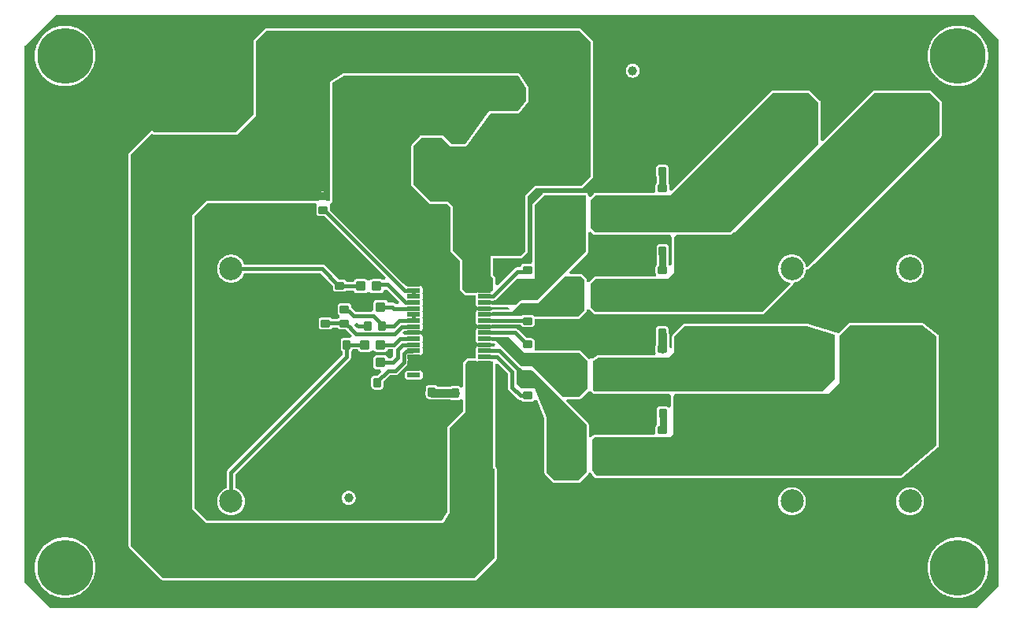
<source format=gtl>
G04*
G04 #@! TF.GenerationSoftware,Altium Limited,Altium Designer,23.1.1 (15)*
G04*
G04 Layer_Physical_Order=1*
G04 Layer_Color=255*
%FSLAX24Y24*%
%MOIN*%
G70*
G04*
G04 #@! TF.SameCoordinates,52EA1FD8-E69D-4759-9217-C2292DA48D7E*
G04*
G04*
G04 #@! TF.FilePolarity,Positive*
G04*
G01*
G75*
%ADD11C,0.0100*%
G04:AMPARAMS|DCode=17|XSize=31.5mil|YSize=39.4mil|CornerRadius=3.9mil|HoleSize=0mil|Usage=FLASHONLY|Rotation=90.000|XOffset=0mil|YOffset=0mil|HoleType=Round|Shape=RoundedRectangle|*
%AMROUNDEDRECTD17*
21,1,0.0315,0.0315,0,0,90.0*
21,1,0.0236,0.0394,0,0,90.0*
1,1,0.0079,0.0157,0.0118*
1,1,0.0079,0.0157,-0.0118*
1,1,0.0079,-0.0157,-0.0118*
1,1,0.0079,-0.0157,0.0118*
%
%ADD17ROUNDEDRECTD17*%
G04:AMPARAMS|DCode=18|XSize=27.6mil|YSize=11.8mil|CornerRadius=0.3mil|HoleSize=0mil|Usage=FLASHONLY|Rotation=180.000|XOffset=0mil|YOffset=0mil|HoleType=Round|Shape=RoundedRectangle|*
%AMROUNDEDRECTD18*
21,1,0.0276,0.0112,0,0,180.0*
21,1,0.0270,0.0118,0,0,180.0*
1,1,0.0006,-0.0135,0.0056*
1,1,0.0006,0.0135,0.0056*
1,1,0.0006,0.0135,-0.0056*
1,1,0.0006,-0.0135,-0.0056*
%
%ADD18ROUNDEDRECTD18*%
G04:AMPARAMS|DCode=19|XSize=161.8mil|YSize=171.7mil|CornerRadius=4mil|HoleSize=0mil|Usage=FLASHONLY|Rotation=180.000|XOffset=0mil|YOffset=0mil|HoleType=Round|Shape=RoundedRectangle|*
%AMROUNDEDRECTD19*
21,1,0.1618,0.1636,0,0,180.0*
21,1,0.1537,0.1717,0,0,180.0*
1,1,0.0081,-0.0769,0.0818*
1,1,0.0081,0.0769,0.0818*
1,1,0.0081,0.0769,-0.0818*
1,1,0.0081,-0.0769,-0.0818*
%
%ADD19ROUNDEDRECTD19*%
G04:AMPARAMS|DCode=20|XSize=17.7mil|YSize=55.1mil|CornerRadius=2.2mil|HoleSize=0mil|Usage=FLASHONLY|Rotation=90.000|XOffset=0mil|YOffset=0mil|HoleType=Round|Shape=RoundedRectangle|*
%AMROUNDEDRECTD20*
21,1,0.0177,0.0507,0,0,90.0*
21,1,0.0133,0.0551,0,0,90.0*
1,1,0.0044,0.0253,0.0066*
1,1,0.0044,0.0253,-0.0066*
1,1,0.0044,-0.0253,-0.0066*
1,1,0.0044,-0.0253,0.0066*
%
%ADD20ROUNDEDRECTD20*%
G04:AMPARAMS|DCode=21|XSize=63mil|YSize=137.8mil|CornerRadius=7.9mil|HoleSize=0mil|Usage=FLASHONLY|Rotation=270.000|XOffset=0mil|YOffset=0mil|HoleType=Round|Shape=RoundedRectangle|*
%AMROUNDEDRECTD21*
21,1,0.0630,0.1220,0,0,270.0*
21,1,0.0472,0.1378,0,0,270.0*
1,1,0.0157,-0.0610,-0.0236*
1,1,0.0157,-0.0610,0.0236*
1,1,0.0157,0.0610,0.0236*
1,1,0.0157,0.0610,-0.0236*
%
%ADD21ROUNDEDRECTD21*%
G04:AMPARAMS|DCode=22|XSize=50mil|YSize=82.7mil|CornerRadius=6.3mil|HoleSize=0mil|Usage=FLASHONLY|Rotation=270.000|XOffset=0mil|YOffset=0mil|HoleType=Round|Shape=RoundedRectangle|*
%AMROUNDEDRECTD22*
21,1,0.0500,0.0702,0,0,270.0*
21,1,0.0375,0.0827,0,0,270.0*
1,1,0.0125,-0.0351,-0.0188*
1,1,0.0125,-0.0351,0.0188*
1,1,0.0125,0.0351,0.0188*
1,1,0.0125,0.0351,-0.0188*
%
%ADD22ROUNDEDRECTD22*%
G04:AMPARAMS|DCode=23|XSize=31.5mil|YSize=39.4mil|CornerRadius=3.9mil|HoleSize=0mil|Usage=FLASHONLY|Rotation=0.000|XOffset=0mil|YOffset=0mil|HoleType=Round|Shape=RoundedRectangle|*
%AMROUNDEDRECTD23*
21,1,0.0315,0.0315,0,0,0.0*
21,1,0.0236,0.0394,0,0,0.0*
1,1,0.0079,0.0118,-0.0157*
1,1,0.0079,-0.0118,-0.0157*
1,1,0.0079,-0.0118,0.0157*
1,1,0.0079,0.0118,0.0157*
%
%ADD23ROUNDEDRECTD23*%
G04:AMPARAMS|DCode=24|XSize=43.3mil|YSize=39.4mil|CornerRadius=4.9mil|HoleSize=0mil|Usage=FLASHONLY|Rotation=0.000|XOffset=0mil|YOffset=0mil|HoleType=Round|Shape=RoundedRectangle|*
%AMROUNDEDRECTD24*
21,1,0.0433,0.0295,0,0,0.0*
21,1,0.0335,0.0394,0,0,0.0*
1,1,0.0098,0.0167,-0.0148*
1,1,0.0098,-0.0167,-0.0148*
1,1,0.0098,-0.0167,0.0148*
1,1,0.0098,0.0167,0.0148*
%
%ADD24ROUNDEDRECTD24*%
G04:AMPARAMS|DCode=25|XSize=51.2mil|YSize=133.9mil|CornerRadius=2.6mil|HoleSize=0mil|Usage=FLASHONLY|Rotation=0.000|XOffset=0mil|YOffset=0mil|HoleType=Round|Shape=RoundedRectangle|*
%AMROUNDEDRECTD25*
21,1,0.0512,0.1287,0,0,0.0*
21,1,0.0461,0.1339,0,0,0.0*
1,1,0.0051,0.0230,-0.0644*
1,1,0.0051,-0.0230,-0.0644*
1,1,0.0051,-0.0230,0.0644*
1,1,0.0051,0.0230,0.0644*
%
%ADD25ROUNDEDRECTD25*%
%ADD40C,0.0164*%
%ADD41C,0.0394*%
%ADD42C,0.0300*%
%ADD43C,0.0350*%
%ADD44C,0.0984*%
%ADD45C,0.2362*%
%ADD46O,0.0787X0.1654*%
%ADD47O,0.1654X0.0787*%
%ADD48C,0.0200*%
G36*
X41500Y24300D02*
Y1200D01*
X40550Y250D01*
X1350D01*
X250Y1350D01*
Y24050D01*
X300D01*
X1610Y25360D01*
X40440D01*
X41500Y24300D01*
D02*
G37*
%LPC*%
G36*
X26000Y23297D02*
X25971Y23296D01*
X25942Y23291D01*
X25914Y23284D01*
X25886Y23275D01*
X25860Y23262D01*
X25835Y23247D01*
X25811Y23230D01*
X25790Y23210D01*
X25770Y23189D01*
X25753Y23165D01*
X25738Y23140D01*
X25725Y23114D01*
X25716Y23086D01*
X25708Y23058D01*
X25704Y23029D01*
X25703Y23000D01*
X25704Y22971D01*
X25708Y22942D01*
X25716Y22914D01*
X25725Y22886D01*
X25738Y22860D01*
X25753Y22835D01*
X25770Y22811D01*
X25790Y22790D01*
X25811Y22770D01*
X25835Y22753D01*
X25860Y22738D01*
X25886Y22725D01*
X25914Y22716D01*
X25942Y22708D01*
X25971Y22704D01*
X26000Y22703D01*
X26029Y22704D01*
X26058Y22708D01*
X26086Y22716D01*
X26114Y22725D01*
X26140Y22738D01*
X26165Y22753D01*
X26189Y22770D01*
X26210Y22790D01*
X26230Y22811D01*
X26247Y22835D01*
X26262Y22860D01*
X26275Y22886D01*
X26284Y22914D01*
X26291Y22942D01*
X26296Y22971D01*
X26297Y23000D01*
X26296Y23029D01*
X26291Y23058D01*
X26284Y23086D01*
X26275Y23114D01*
X26262Y23140D01*
X26247Y23165D01*
X26230Y23189D01*
X26210Y23210D01*
X26189Y23230D01*
X26165Y23247D01*
X26140Y23262D01*
X26114Y23275D01*
X26086Y23284D01*
X26058Y23291D01*
X26029Y23296D01*
X26000Y23297D01*
D02*
G37*
G36*
X39764Y24904D02*
X39701Y24902D01*
X39638Y24897D01*
X39576Y24890D01*
X39514Y24879D01*
X39452Y24865D01*
X39392Y24848D01*
X39332Y24829D01*
X39273Y24806D01*
X39216Y24780D01*
X39160Y24752D01*
X39105Y24721D01*
X39052Y24688D01*
X39000Y24651D01*
X38951Y24613D01*
X38903Y24572D01*
X38858Y24528D01*
X38814Y24483D01*
X38773Y24435D01*
X38734Y24385D01*
X38698Y24334D01*
X38665Y24281D01*
X38634Y24226D01*
X38605Y24170D01*
X38580Y24112D01*
X38557Y24054D01*
X38537Y23994D01*
X38521Y23933D01*
X38507Y23872D01*
X38496Y23810D01*
X38488Y23748D01*
X38484Y23685D01*
X38482Y23622D01*
X38484Y23559D01*
X38488Y23496D01*
X38496Y23434D01*
X38507Y23372D01*
X38521Y23311D01*
X38537Y23250D01*
X38557Y23190D01*
X38580Y23132D01*
X38605Y23074D01*
X38634Y23018D01*
X38665Y22963D01*
X38698Y22910D01*
X38734Y22859D01*
X38773Y22809D01*
X38814Y22761D01*
X38858Y22716D01*
X38903Y22673D01*
X38951Y22631D01*
X39000Y22593D01*
X39052Y22557D01*
X39105Y22523D01*
X39160Y22492D01*
X39216Y22464D01*
X39273Y22438D01*
X39332Y22415D01*
X39392Y22396D01*
X39452Y22379D01*
X39514Y22365D01*
X39576Y22354D01*
X39638Y22347D01*
X39701Y22342D01*
X39764Y22341D01*
X39827Y22342D01*
X39889Y22347D01*
X39952Y22354D01*
X40014Y22365D01*
X40075Y22379D01*
X40136Y22396D01*
X40195Y22415D01*
X40254Y22438D01*
X40312Y22464D01*
X40368Y22492D01*
X40423Y22523D01*
X40476Y22557D01*
X40527Y22593D01*
X40577Y22631D01*
X40624Y22673D01*
X40670Y22716D01*
X40713Y22761D01*
X40754Y22809D01*
X40793Y22859D01*
X40829Y22910D01*
X40863Y22963D01*
X40894Y23018D01*
X40922Y23074D01*
X40948Y23132D01*
X40970Y23190D01*
X40990Y23250D01*
X41007Y23311D01*
X41021Y23372D01*
X41031Y23434D01*
X41039Y23496D01*
X41044Y23559D01*
X41045Y23622D01*
X41044Y23685D01*
X41039Y23748D01*
X41031Y23810D01*
X41021Y23872D01*
X41007Y23933D01*
X40990Y23994D01*
X40970Y24054D01*
X40948Y24112D01*
X40922Y24170D01*
X40894Y24226D01*
X40863Y24281D01*
X40829Y24334D01*
X40793Y24385D01*
X40754Y24435D01*
X40713Y24483D01*
X40670Y24528D01*
X40624Y24572D01*
X40577Y24613D01*
X40527Y24651D01*
X40476Y24688D01*
X40423Y24721D01*
X40368Y24752D01*
X40312Y24780D01*
X40254Y24806D01*
X40195Y24829D01*
X40136Y24848D01*
X40075Y24865D01*
X40014Y24879D01*
X39952Y24890D01*
X39889Y24897D01*
X39827Y24902D01*
X39764Y24904D01*
D02*
G37*
G36*
X1969D02*
X1906Y24902D01*
X1843Y24897D01*
X1780Y24890D01*
X1718Y24879D01*
X1657Y24865D01*
X1597Y24848D01*
X1537Y24829D01*
X1478Y24806D01*
X1421Y24780D01*
X1364Y24752D01*
X1310Y24721D01*
X1257Y24688D01*
X1205Y24651D01*
X1156Y24613D01*
X1108Y24572D01*
X1062Y24528D01*
X1019Y24483D01*
X978Y24435D01*
X939Y24385D01*
X903Y24334D01*
X869Y24281D01*
X838Y24226D01*
X810Y24170D01*
X785Y24112D01*
X762Y24054D01*
X742Y23994D01*
X725Y23933D01*
X712Y23872D01*
X701Y23810D01*
X693Y23748D01*
X689Y23685D01*
X687Y23622D01*
X689Y23559D01*
X693Y23496D01*
X701Y23434D01*
X712Y23372D01*
X725Y23311D01*
X742Y23250D01*
X762Y23190D01*
X785Y23132D01*
X810Y23074D01*
X838Y23018D01*
X869Y22963D01*
X903Y22910D01*
X939Y22859D01*
X978Y22809D01*
X1019Y22761D01*
X1062Y22716D01*
X1108Y22673D01*
X1156Y22631D01*
X1205Y22593D01*
X1257Y22557D01*
X1310Y22523D01*
X1364Y22492D01*
X1421Y22464D01*
X1478Y22438D01*
X1537Y22415D01*
X1597Y22396D01*
X1657Y22379D01*
X1718Y22365D01*
X1780Y22354D01*
X1843Y22347D01*
X1906Y22342D01*
X1969Y22341D01*
X2031Y22342D01*
X2094Y22347D01*
X2157Y22354D01*
X2219Y22365D01*
X2280Y22379D01*
X2341Y22396D01*
X2400Y22415D01*
X2459Y22438D01*
X2516Y22464D01*
X2573Y22492D01*
X2627Y22523D01*
X2680Y22557D01*
X2732Y22593D01*
X2781Y22631D01*
X2829Y22673D01*
X2875Y22716D01*
X2918Y22761D01*
X2959Y22809D01*
X2998Y22859D01*
X3034Y22910D01*
X3068Y22963D01*
X3099Y23018D01*
X3127Y23074D01*
X3152Y23132D01*
X3175Y23190D01*
X3195Y23250D01*
X3212Y23311D01*
X3225Y23372D01*
X3236Y23434D01*
X3244Y23496D01*
X3248Y23559D01*
X3250Y23622D01*
X3248Y23685D01*
X3244Y23748D01*
X3236Y23810D01*
X3225Y23872D01*
X3212Y23933D01*
X3195Y23994D01*
X3175Y24054D01*
X3152Y24112D01*
X3127Y24170D01*
X3099Y24226D01*
X3068Y24281D01*
X3034Y24334D01*
X2998Y24385D01*
X2959Y24435D01*
X2918Y24483D01*
X2875Y24528D01*
X2829Y24572D01*
X2781Y24613D01*
X2732Y24651D01*
X2680Y24688D01*
X2627Y24721D01*
X2573Y24752D01*
X2516Y24780D01*
X2459Y24806D01*
X2400Y24829D01*
X2341Y24848D01*
X2280Y24865D01*
X2219Y24879D01*
X2157Y24890D01*
X2094Y24897D01*
X2031Y24902D01*
X1969Y24904D01*
D02*
G37*
G36*
X10500Y24800D02*
X10484Y24799D01*
X10469Y24795D01*
X10454Y24789D01*
X10441Y24781D01*
X10429Y24771D01*
X9979Y24321D01*
X9969Y24309D01*
X9961Y24296D01*
X9955Y24281D01*
X9951Y24266D01*
X9950Y24250D01*
Y21142D01*
X9208Y20400D01*
X5742D01*
X5721Y20421D01*
X5709Y20431D01*
X5696Y20439D01*
X5681Y20445D01*
X5666Y20449D01*
X5650Y20450D01*
X5634Y20449D01*
X5619Y20445D01*
X5604Y20439D01*
X5591Y20431D01*
X5579Y20421D01*
X4679Y19521D01*
X4669Y19509D01*
X4661Y19496D01*
X4655Y19481D01*
X4651Y19466D01*
X4650Y19450D01*
Y2900D01*
X4651Y2884D01*
X4655Y2869D01*
X4661Y2854D01*
X4669Y2841D01*
X4679Y2829D01*
X6050Y1459D01*
X6062Y1448D01*
X6075Y1440D01*
X6090Y1434D01*
X6105Y1430D01*
X6121Y1429D01*
X19259D01*
X19259Y1429D01*
X19273Y1423D01*
X19289Y1419D01*
X19304Y1418D01*
X19320Y1419D01*
X19335Y1423D01*
X19350Y1429D01*
X19363Y1437D01*
X19375Y1448D01*
X20179Y2252D01*
X20182Y2252D01*
X20195Y2261D01*
X20207Y2271D01*
X20217Y2283D01*
X20225Y2296D01*
X20231Y2311D01*
X20235Y2326D01*
X20236Y2342D01*
Y6164D01*
X20235Y6180D01*
X20231Y6195D01*
X20225Y6209D01*
X20217Y6223D01*
X20207Y6235D01*
X20195Y6245D01*
X20182Y6253D01*
X20180Y6254D01*
Y7040D01*
X20179Y7056D01*
X20179Y7056D01*
Y10574D01*
X20277Y10615D01*
X20718Y10174D01*
Y9589D01*
X20719Y9565D01*
X20724Y9541D01*
X20731Y9519D01*
X20742Y9497D01*
X20755Y9478D01*
X20771Y9460D01*
X21108Y9123D01*
X21126Y9107D01*
X21145Y9094D01*
X21167Y9083D01*
X21189Y9076D01*
X21213Y9071D01*
X21237Y9070D01*
X21274D01*
X21277Y9064D01*
X21287Y9049D01*
X21299Y9035D01*
X21313Y9023D01*
X21328Y9013D01*
X21344Y9005D01*
X21361Y8999D01*
X21379Y8995D01*
X21398Y8994D01*
X21713D01*
X21731Y8995D01*
X21749Y8999D01*
X21766Y9005D01*
X21782Y9013D01*
X21798Y9023D01*
X21811Y9035D01*
X21823Y9049D01*
X21830Y9059D01*
X21870Y9066D01*
X21894Y9067D01*
X21937Y9056D01*
X22250Y8302D01*
Y6000D01*
X22251Y5984D01*
X22255Y5969D01*
X22261Y5954D01*
X22269Y5941D01*
X22279Y5929D01*
X22629Y5579D01*
X22641Y5569D01*
X22654Y5561D01*
X22669Y5555D01*
X22684Y5551D01*
X22700Y5550D01*
X23700D01*
X23716Y5551D01*
X23731Y5555D01*
X23746Y5561D01*
X23759Y5569D01*
X23771Y5579D01*
X24107Y5916D01*
X24118Y5928D01*
X24126Y5941D01*
X24132Y5956D01*
X24134Y5965D01*
X24163Y5980D01*
X24188Y5988D01*
X24235Y5990D01*
X24356Y5805D01*
X24358Y5803D01*
X24359Y5801D01*
X24362Y5797D01*
X24366Y5793D01*
X24367Y5791D01*
X24369Y5789D01*
X24373Y5786D01*
X24377Y5782D01*
X24379Y5780D01*
X24381Y5779D01*
X24386Y5776D01*
X24390Y5773D01*
X24392Y5772D01*
X24394Y5771D01*
X24399Y5769D01*
X24404Y5766D01*
X24407Y5766D01*
X24409Y5765D01*
X24414Y5763D01*
X24419Y5762D01*
X24422Y5762D01*
X24424Y5761D01*
X24430Y5760D01*
X24435Y5760D01*
X24438Y5760D01*
X24440Y5760D01*
X37347D01*
X37350Y5760D01*
X37354Y5760D01*
X37358Y5761D01*
X37363Y5761D01*
X37366Y5762D01*
X37369Y5762D01*
X37374Y5764D01*
X37378Y5765D01*
X37381Y5766D01*
X37384Y5767D01*
X37388Y5769D01*
X37392Y5771D01*
X37395Y5772D01*
X37398Y5774D01*
X37402Y5776D01*
X37406Y5779D01*
X37408Y5781D01*
X37411Y5783D01*
X38924Y7044D01*
X38927Y7047D01*
X38931Y7050D01*
X38933Y7052D01*
X38935Y7055D01*
X38938Y7058D01*
X38941Y7062D01*
X38943Y7065D01*
X38945Y7067D01*
X38947Y7071D01*
X38949Y7075D01*
X38951Y7078D01*
X38952Y7081D01*
X38954Y7086D01*
X38955Y7090D01*
X38956Y7093D01*
X38957Y7096D01*
X38958Y7101D01*
X38959Y7105D01*
X38959Y7108D01*
X38960Y7112D01*
X38960Y7116D01*
X38960Y7121D01*
X38960Y10565D01*
Y11748D01*
X38960Y11754D01*
X38959Y11761D01*
X38959Y11762D01*
X38959Y11764D01*
X38958Y11770D01*
X38956Y11776D01*
X38956Y11778D01*
X38955Y11779D01*
X38953Y11785D01*
X38951Y11791D01*
X38950Y11792D01*
X38949Y11793D01*
X38946Y11799D01*
X38943Y11805D01*
X38942Y11806D01*
X38941Y11807D01*
X38937Y11812D01*
X38933Y11817D01*
X38932Y11818D01*
X38931Y11819D01*
X38926Y11823D01*
X38921Y11827D01*
X38321Y12288D01*
X38320Y12289D01*
X38319Y12290D01*
X38313Y12293D01*
X38308Y12297D01*
X38307Y12297D01*
X38306Y12298D01*
X38299Y12300D01*
X38294Y12303D01*
X38292Y12304D01*
X38291Y12304D01*
X38285Y12306D01*
X38278Y12307D01*
X38277Y12307D01*
X38276Y12308D01*
X38269Y12308D01*
X38263Y12309D01*
X38261Y12309D01*
X38260Y12309D01*
X35180D01*
X35164Y12308D01*
X35149Y12304D01*
X35134Y12298D01*
X35121Y12290D01*
X35109Y12280D01*
X34744Y11914D01*
X34740Y11913D01*
X34715Y11905D01*
X34699Y11905D01*
X34642Y11909D01*
X34630Y11911D01*
X34625Y11915D01*
X34619Y11920D01*
X34618Y11920D01*
X34618Y11921D01*
X34612Y11924D01*
X34606Y11928D01*
X34605Y11928D01*
X34604Y11929D01*
X34598Y11931D01*
X34591Y11934D01*
X34590Y11934D01*
X34589Y11934D01*
X33382Y12301D01*
X33375Y12302D01*
X33368Y12304D01*
X33367Y12304D01*
X33366Y12304D01*
X33359Y12304D01*
X33353Y12305D01*
X28225D01*
X28209Y12304D01*
X28194Y12300D01*
X28179Y12294D01*
X28166Y12286D01*
X28154Y12276D01*
X27689Y11811D01*
X27679Y11799D01*
X27671Y11786D01*
X27665Y11771D01*
X27661Y11756D01*
X27660Y11740D01*
Y11228D01*
X27659Y11227D01*
X27561Y11280D01*
Y11339D01*
X27560Y11357D01*
X27556Y11375D01*
X27550Y11392D01*
X27542Y11408D01*
X27539Y11413D01*
Y11842D01*
X27538Y11869D01*
X27534Y11896D01*
X27527Y11922D01*
X27518Y11947D01*
X27507Y11972D01*
X27503Y11978D01*
Y12057D01*
X27502Y12076D01*
X27498Y12094D01*
X27492Y12111D01*
X27484Y12127D01*
X27474Y12143D01*
X27462Y12156D01*
X27448Y12168D01*
X27433Y12178D01*
X27417Y12187D01*
X27400Y12192D01*
X27382Y12196D01*
X27363Y12197D01*
X27127D01*
X27109Y12196D01*
X27091Y12192D01*
X27074Y12187D01*
X27057Y12178D01*
X27042Y12168D01*
X27028Y12156D01*
X27016Y12143D01*
X27006Y12127D01*
X26998Y12111D01*
X26992Y12094D01*
X26989Y12076D01*
X26988Y12057D01*
Y11743D01*
X26988Y11728D01*
Y11413D01*
X26985Y11408D01*
X26977Y11392D01*
X26971Y11375D01*
X26968Y11357D01*
X26967Y11339D01*
Y11102D01*
X26968Y11084D01*
X26971Y11066D01*
X26974Y11059D01*
X26957Y11010D01*
X26946Y10991D01*
X26917Y10960D01*
X24560D01*
X24556Y10960D01*
X24552Y10960D01*
X24548Y10959D01*
X24544Y10959D01*
X24541Y10958D01*
X24537Y10958D01*
X24533Y10956D01*
X24529Y10955D01*
X24525Y10954D01*
X24522Y10953D01*
X24518Y10951D01*
X24514Y10949D01*
X24511Y10947D01*
X24508Y10946D01*
X24327Y10835D01*
X24311D01*
X24295Y10834D01*
X24280Y10830D01*
X24265Y10824D01*
X24252Y10816D01*
X24234Y10806D01*
X24157Y10805D01*
X24151Y10805D01*
X24129Y10813D01*
X23821Y11121D01*
X23809Y11131D01*
X23796Y11139D01*
X23781Y11145D01*
X23766Y11149D01*
X23750Y11150D01*
X21898D01*
X21881Y11165D01*
X21868Y11182D01*
X21842Y11246D01*
X21848Y11263D01*
X21851Y11281D01*
X21852Y11299D01*
Y11535D01*
X21851Y11554D01*
X21848Y11572D01*
X21842Y11589D01*
X21834Y11605D01*
X21823Y11620D01*
X21811Y11634D01*
X21798Y11646D01*
X21782Y11656D01*
X21766Y11664D01*
X21749Y11670D01*
X21731Y11674D01*
X21713Y11675D01*
X21516D01*
X21153Y12038D01*
X21135Y12054D01*
X21115Y12067D01*
X21093Y12078D01*
X21071Y12086D01*
X21047Y12090D01*
X21024Y12092D01*
X20017D01*
X20016Y12092D01*
X19997Y12097D01*
X19978Y12098D01*
X19471D01*
X19452Y12097D01*
X19433Y12092D01*
X19415Y12085D01*
X19399Y12075D01*
X19384Y12063D01*
X19372Y12048D01*
X19362Y12032D01*
X19354Y12014D01*
X19350Y11995D01*
X19348Y11976D01*
Y11843D01*
X19350Y11824D01*
X19354Y11805D01*
X19362Y11787D01*
X19365Y11781D01*
X19362Y11776D01*
X19354Y11758D01*
X19350Y11739D01*
X19348Y11720D01*
Y11587D01*
X19350Y11568D01*
X19354Y11549D01*
X19362Y11531D01*
X19372Y11515D01*
X19384Y11500D01*
X19399Y11488D01*
X19415Y11478D01*
X19433Y11471D01*
X19452Y11466D01*
X19471Y11465D01*
X19978D01*
X19997Y11466D01*
X20014Y11470D01*
X20016Y11470D01*
X20018Y11469D01*
X20019Y11468D01*
X20025Y11467D01*
X20031Y11466D01*
X20033Y11466D01*
X20035Y11465D01*
X20041Y11465D01*
X20047Y11465D01*
X20160D01*
X20191Y11424D01*
X20143Y11326D01*
X20040D01*
X20034Y11326D01*
X20028Y11325D01*
X20026Y11325D01*
X20024Y11325D01*
X20019Y11323D01*
X20016Y11325D01*
X19997Y11329D01*
X19978Y11331D01*
X19471D01*
X19452Y11329D01*
X19433Y11325D01*
X19415Y11317D01*
X19399Y11307D01*
X19384Y11295D01*
X19372Y11280D01*
X19362Y11264D01*
X19354Y11246D01*
X19350Y11227D01*
X19348Y11208D01*
Y11075D01*
X19350Y11056D01*
X19354Y11037D01*
X19362Y11020D01*
X19365Y11014D01*
X19362Y11008D01*
X19354Y10990D01*
X19350Y10971D01*
X19348Y10952D01*
Y10820D01*
X19021D01*
X19019Y10820D01*
X19017Y10820D01*
X19012Y10820D01*
X19006Y10819D01*
X19004Y10819D01*
X19002Y10818D01*
X18996Y10817D01*
X18990Y10815D01*
X18989Y10815D01*
X18987Y10814D01*
X18981Y10812D01*
X18976Y10809D01*
X18974Y10808D01*
X18972Y10808D01*
X18967Y10804D01*
X18962Y10801D01*
X18961Y10800D01*
X18959Y10799D01*
X18955Y10795D01*
X18950Y10791D01*
X18949Y10789D01*
X18948Y10788D01*
X18944Y10783D01*
X18940Y10779D01*
X18939Y10777D01*
X18938Y10776D01*
X18834Y10620D01*
X18831Y10615D01*
X18828Y10610D01*
X18827Y10608D01*
X18826Y10606D01*
X18824Y10601D01*
X18822Y10595D01*
X18821Y10593D01*
X18821Y10591D01*
X18820Y10586D01*
X18818Y10580D01*
X18818Y10578D01*
X18818Y10576D01*
X18817Y10570D01*
X18817Y10564D01*
Y9635D01*
X18730Y9583D01*
X18719Y9585D01*
X18713Y9593D01*
X18701Y9607D01*
X18687Y9619D01*
X18672Y9629D01*
X18656Y9637D01*
X18639Y9643D01*
X18621Y9646D01*
X18602Y9648D01*
X18366D01*
X18348Y9646D01*
X18330Y9643D01*
X18313Y9637D01*
X18296Y9629D01*
X18292Y9626D01*
X17735D01*
X17734Y9627D01*
X17724Y9643D01*
X17712Y9656D01*
X17698Y9668D01*
X17683Y9678D01*
X17667Y9687D01*
X17650Y9692D01*
X17632Y9696D01*
X17613Y9697D01*
X17377D01*
X17359Y9696D01*
X17341Y9692D01*
X17324Y9687D01*
X17307Y9678D01*
X17292Y9668D01*
X17278Y9656D01*
X17266Y9643D01*
X17256Y9627D01*
X17248Y9611D01*
X17242Y9594D01*
X17239Y9576D01*
X17237Y9557D01*
Y9446D01*
X17232Y9430D01*
X17225Y9404D01*
X17221Y9377D01*
X17220Y9350D01*
X17221Y9323D01*
X17225Y9297D01*
X17232Y9270D01*
X17237Y9255D01*
Y9243D01*
X17239Y9224D01*
X17242Y9206D01*
X17248Y9189D01*
X17256Y9173D01*
X17266Y9158D01*
X17278Y9144D01*
X17292Y9132D01*
X17307Y9122D01*
X17324Y9113D01*
X17341Y9108D01*
X17359Y9104D01*
X17375Y9103D01*
X17390Y9096D01*
X17415Y9087D01*
X17442Y9080D01*
X17468Y9076D01*
X17495Y9075D01*
X18292D01*
X18296Y9072D01*
X18313Y9064D01*
X18330Y9058D01*
X18348Y9054D01*
X18366Y9053D01*
X18602D01*
X18621Y9054D01*
X18639Y9058D01*
X18656Y9064D01*
X18672Y9072D01*
X18687Y9082D01*
X18701Y9094D01*
X18713Y9108D01*
X18719Y9116D01*
X18730Y9117D01*
X18817Y9066D01*
Y8579D01*
X18354Y8116D01*
X18280Y8060D01*
X18274Y8056D01*
X18269Y8051D01*
X18189Y7971D01*
X18179Y7959D01*
X18171Y7946D01*
X18165Y7931D01*
X18161Y7916D01*
X18160Y7900D01*
X18160Y4325D01*
X17926Y3950D01*
X7992D01*
X7450Y4492D01*
Y16858D01*
X7992Y17400D01*
X12584D01*
X12609Y17366D01*
X12618Y17344D01*
X12627Y17301D01*
X12622Y17293D01*
X12613Y17276D01*
X12608Y17259D01*
X12604Y17241D01*
X12603Y17223D01*
Y16987D01*
X12604Y16968D01*
X12608Y16950D01*
X12613Y16933D01*
X12622Y16917D01*
X12632Y16902D01*
X12644Y16888D01*
X12657Y16876D01*
X12673Y16866D01*
X12689Y16858D01*
X12706Y16852D01*
X12724Y16848D01*
X12743Y16847D01*
X12939D01*
X15543Y14243D01*
X15509Y14156D01*
X15416Y14144D01*
X15416Y14144D01*
X15400Y14155D01*
X15382Y14164D01*
X15364Y14170D01*
X15344Y14174D01*
X15325Y14175D01*
X14990D01*
X14971Y14174D01*
X14951Y14170D01*
X14933Y14164D01*
X14915Y14155D01*
X14899Y14144D01*
X14884Y14131D01*
X14881Y14128D01*
X14848Y14118D01*
X14823Y14117D01*
X14798Y14118D01*
X14764Y14128D01*
X14761Y14131D01*
X14747Y14144D01*
X14730Y14155D01*
X14713Y14164D01*
X14694Y14170D01*
X14675Y14174D01*
X14656Y14175D01*
X14321D01*
X14301Y14174D01*
X14282Y14170D01*
X14264Y14164D01*
X14246Y14155D01*
X14230Y14144D01*
X14215Y14131D01*
X14202Y14117D01*
X14191Y14100D01*
X14183Y14083D01*
X14176Y14064D01*
X14176Y14060D01*
X13892D01*
X13887Y14076D01*
X13878Y14093D01*
X13868Y14108D01*
X13856Y14122D01*
X13843Y14134D01*
X13827Y14144D01*
X13811Y14152D01*
X13794Y14158D01*
X13776Y14161D01*
X13757Y14162D01*
X13561D01*
X12974Y14749D01*
X12956Y14765D01*
X12936Y14778D01*
X12915Y14789D01*
X12892Y14796D01*
X12869Y14801D01*
X12845Y14802D01*
X9559D01*
X9551Y14827D01*
X9535Y14866D01*
X9516Y14904D01*
X9495Y14940D01*
X9470Y14975D01*
X9444Y15008D01*
X9415Y15039D01*
X9384Y15068D01*
X9351Y15094D01*
X9316Y15119D01*
X9280Y15140D01*
X9242Y15159D01*
X9203Y15175D01*
X9163Y15189D01*
X9122Y15199D01*
X9080Y15207D01*
X9038Y15211D01*
X8996Y15213D01*
X8954Y15211D01*
X8912Y15207D01*
X8870Y15199D01*
X8829Y15189D01*
X8789Y15175D01*
X8750Y15159D01*
X8712Y15140D01*
X8676Y15119D01*
X8641Y15094D01*
X8608Y15068D01*
X8577Y15039D01*
X8548Y15008D01*
X8522Y14975D01*
X8498Y14940D01*
X8476Y14904D01*
X8457Y14866D01*
X8441Y14827D01*
X8428Y14787D01*
X8417Y14746D01*
X8410Y14704D01*
X8405Y14662D01*
X8404Y14620D01*
X8405Y14578D01*
X8410Y14536D01*
X8417Y14494D01*
X8428Y14453D01*
X8441Y14413D01*
X8457Y14374D01*
X8476Y14336D01*
X8498Y14300D01*
X8522Y14265D01*
X8548Y14232D01*
X8577Y14201D01*
X8608Y14172D01*
X8641Y14146D01*
X8676Y14122D01*
X8712Y14100D01*
X8750Y14081D01*
X8789Y14065D01*
X8829Y14052D01*
X8870Y14041D01*
X8912Y14034D01*
X8954Y14029D01*
X8996Y14028D01*
X9038Y14029D01*
X9080Y14034D01*
X9122Y14041D01*
X9163Y14052D01*
X9203Y14065D01*
X9242Y14081D01*
X9280Y14100D01*
X9316Y14122D01*
X9351Y14146D01*
X9384Y14172D01*
X9415Y14201D01*
X9444Y14232D01*
X9470Y14265D01*
X9495Y14300D01*
X9516Y14336D01*
X9535Y14374D01*
X9551Y14413D01*
X9559Y14438D01*
X12770D01*
X13303Y13905D01*
Y13787D01*
X13304Y13768D01*
X13308Y13750D01*
X13313Y13733D01*
X13322Y13717D01*
X13332Y13702D01*
X13344Y13688D01*
X13357Y13676D01*
X13373Y13666D01*
X13389Y13658D01*
X13406Y13652D01*
X13424Y13648D01*
X13443Y13647D01*
X13757D01*
X13776Y13648D01*
X13794Y13652D01*
X13811Y13658D01*
X13827Y13666D01*
X13843Y13676D01*
X13856Y13688D01*
X13863Y13696D01*
X14176D01*
X14176Y13692D01*
X14183Y13673D01*
X14191Y13656D01*
X14202Y13639D01*
X14215Y13625D01*
X14230Y13612D01*
X14246Y13601D01*
X14264Y13592D01*
X14282Y13586D01*
X14301Y13582D01*
X14321Y13581D01*
X14656D01*
X14675Y13582D01*
X14694Y13586D01*
X14713Y13592D01*
X14730Y13601D01*
X14747Y13612D01*
X14761Y13625D01*
X14764Y13628D01*
X14798Y13638D01*
X14823Y13639D01*
X14848Y13638D01*
X14881Y13628D01*
X14884Y13625D01*
X14899Y13612D01*
X14915Y13601D01*
X14933Y13592D01*
X14951Y13586D01*
X14971Y13582D01*
X14990Y13581D01*
X15325D01*
X15344Y13582D01*
X15364Y13586D01*
X15382Y13592D01*
X15400Y13601D01*
X15416Y13612D01*
X15431Y13625D01*
X15443Y13639D01*
X15454Y13656D01*
X15463Y13673D01*
X15469Y13692D01*
X15473Y13711D01*
X15474Y13726D01*
X15487Y13733D01*
X15573Y13755D01*
X16121Y13206D01*
X16084Y13115D01*
X15969D01*
X15956Y13129D01*
X15938Y13145D01*
X15918Y13158D01*
X15896Y13169D01*
X15874Y13176D01*
X15850Y13181D01*
X15827Y13182D01*
X15647D01*
X15646Y13186D01*
X15640Y13205D01*
X15631Y13222D01*
X15621Y13239D01*
X15608Y13253D01*
X15593Y13266D01*
X15577Y13277D01*
X15559Y13286D01*
X15541Y13292D01*
X15521Y13296D01*
X15502Y13297D01*
X15167D01*
X15148Y13296D01*
X15129Y13292D01*
X15110Y13286D01*
X15093Y13277D01*
X15076Y13266D01*
X15062Y13253D01*
X15049Y13239D01*
X15038Y13222D01*
X15029Y13205D01*
X15023Y13186D01*
X15019Y13167D01*
X15018Y13148D01*
Y12902D01*
X15013Y12850D01*
X14941Y12809D01*
X14925Y12803D01*
X14261D01*
X14115Y12949D01*
X14097Y12964D01*
X14097Y12965D01*
Y13013D01*
X14096Y13032D01*
X14092Y13050D01*
X14087Y13067D01*
X14078Y13083D01*
X14068Y13098D01*
X14056Y13112D01*
X14043Y13124D01*
X14027Y13134D01*
X14011Y13142D01*
X13994Y13148D01*
X13976Y13152D01*
X13957Y13153D01*
X13643D01*
X13624Y13152D01*
X13606Y13148D01*
X13589Y13142D01*
X13573Y13134D01*
X13557Y13124D01*
X13544Y13112D01*
X13532Y13098D01*
X13522Y13083D01*
X13513Y13067D01*
X13508Y13050D01*
X13504Y13032D01*
X13503Y13013D01*
Y12777D01*
X13504Y12759D01*
X13508Y12741D01*
X13513Y12724D01*
X13522Y12707D01*
X13532Y12692D01*
X13544Y12678D01*
X13557Y12666D01*
X13573Y12656D01*
X13583Y12651D01*
X13589Y12626D01*
Y12574D01*
X13583Y12549D01*
X13573Y12544D01*
X13557Y12534D01*
X13544Y12522D01*
X13532Y12508D01*
X13522Y12494D01*
X13278D01*
X13268Y12508D01*
X13256Y12522D01*
X13243Y12534D01*
X13227Y12544D01*
X13211Y12552D01*
X13194Y12558D01*
X13176Y12561D01*
X13157Y12563D01*
X12843D01*
X12824Y12561D01*
X12806Y12558D01*
X12789Y12552D01*
X12773Y12544D01*
X12757Y12534D01*
X12744Y12522D01*
X12732Y12508D01*
X12722Y12493D01*
X12713Y12476D01*
X12708Y12459D01*
X12704Y12441D01*
X12703Y12423D01*
Y12187D01*
X12704Y12168D01*
X12708Y12150D01*
X12713Y12133D01*
X12722Y12117D01*
X12732Y12102D01*
X12744Y12088D01*
X12757Y12076D01*
X12773Y12066D01*
X12789Y12058D01*
X12806Y12052D01*
X12824Y12048D01*
X12843Y12047D01*
X13157D01*
X13176Y12048D01*
X13194Y12052D01*
X13211Y12058D01*
X13227Y12066D01*
X13243Y12076D01*
X13256Y12088D01*
X13268Y12102D01*
X13278Y12117D01*
X13284Y12129D01*
X13516D01*
X13522Y12117D01*
X13532Y12102D01*
X13544Y12088D01*
X13557Y12076D01*
X13573Y12066D01*
X13589Y12058D01*
X13606Y12052D01*
X13624Y12048D01*
X13643Y12047D01*
X13842D01*
X13894Y11994D01*
X13896Y11992D01*
X13912Y11974D01*
X14111Y11774D01*
X14067Y11687D01*
X14050Y11692D01*
X14032Y11696D01*
X14013Y11697D01*
X13777D01*
X13759Y11696D01*
X13741Y11692D01*
X13724Y11687D01*
X13707Y11678D01*
X13692Y11668D01*
X13678Y11656D01*
X13666Y11643D01*
X13656Y11627D01*
X13648Y11611D01*
X13642Y11594D01*
X13639Y11576D01*
X13637Y11557D01*
Y11243D01*
X13639Y11224D01*
X13642Y11206D01*
X13648Y11189D01*
X13656Y11173D01*
X13666Y11157D01*
X13678Y11144D01*
X13692Y11132D01*
X13707Y11122D01*
X13718Y11116D01*
Y10976D01*
X8867Y6125D01*
X8851Y6107D01*
X8838Y6087D01*
X8828Y6066D01*
X8820Y6043D01*
X8815Y6020D01*
X8814Y5996D01*
Y5341D01*
X8789Y5333D01*
X8750Y5317D01*
X8712Y5298D01*
X8676Y5276D01*
X8641Y5252D01*
X8608Y5225D01*
X8577Y5197D01*
X8548Y5166D01*
X8522Y5133D01*
X8498Y5098D01*
X8476Y5062D01*
X8457Y5024D01*
X8441Y4985D01*
X8428Y4944D01*
X8417Y4904D01*
X8410Y4862D01*
X8405Y4820D01*
X8404Y4778D01*
X8405Y4735D01*
X8410Y4693D01*
X8417Y4652D01*
X8428Y4611D01*
X8441Y4570D01*
X8457Y4531D01*
X8476Y4494D01*
X8498Y4457D01*
X8522Y4422D01*
X8548Y4390D01*
X8577Y4359D01*
X8608Y4330D01*
X8641Y4303D01*
X8676Y4279D01*
X8712Y4258D01*
X8750Y4239D01*
X8789Y4222D01*
X8829Y4209D01*
X8870Y4199D01*
X8912Y4191D01*
X8954Y4187D01*
X8996Y4185D01*
X9038Y4187D01*
X9080Y4191D01*
X9122Y4199D01*
X9163Y4209D01*
X9203Y4222D01*
X9242Y4239D01*
X9280Y4258D01*
X9316Y4279D01*
X9351Y4303D01*
X9384Y4330D01*
X9415Y4359D01*
X9444Y4390D01*
X9470Y4422D01*
X9495Y4457D01*
X9516Y4494D01*
X9535Y4531D01*
X9551Y4570D01*
X9565Y4611D01*
X9575Y4652D01*
X9583Y4693D01*
X9587Y4735D01*
X9589Y4778D01*
X9587Y4820D01*
X9583Y4862D01*
X9575Y4904D01*
X9565Y4944D01*
X9551Y4985D01*
X9535Y5024D01*
X9516Y5062D01*
X9495Y5098D01*
X9470Y5133D01*
X9444Y5166D01*
X9415Y5197D01*
X9384Y5225D01*
X9351Y5252D01*
X9316Y5276D01*
X9280Y5298D01*
X9242Y5317D01*
X9203Y5333D01*
X9178Y5341D01*
Y5921D01*
X14029Y10771D01*
X14045Y10789D01*
X14058Y10809D01*
X14069Y10830D01*
X14076Y10853D01*
X14081Y10876D01*
X14082Y10900D01*
Y11121D01*
X14083Y11122D01*
X14098Y11132D01*
X14112Y11144D01*
X14124Y11157D01*
X14134Y11173D01*
X14142Y11189D01*
X14148Y11206D01*
X14151Y11218D01*
X14353D01*
X14354Y11214D01*
X14360Y11195D01*
X14369Y11178D01*
X14379Y11161D01*
X14392Y11147D01*
X14407Y11134D01*
X14423Y11123D01*
X14441Y11114D01*
X14459Y11108D01*
X14479Y11104D01*
X14498Y11103D01*
X14833D01*
X14852Y11104D01*
X14871Y11108D01*
X14890Y11114D01*
X14907Y11123D01*
X14924Y11134D01*
X14938Y11147D01*
X14942Y11150D01*
X14975Y11160D01*
X15000Y11161D01*
X15025Y11160D01*
X15058Y11150D01*
X15062Y11147D01*
X15076Y11134D01*
X15093Y11123D01*
X15110Y11114D01*
X15129Y11108D01*
X15148Y11104D01*
X15167Y11103D01*
X15502D01*
X15521Y11104D01*
X15541Y11108D01*
X15559Y11114D01*
X15577Y11123D01*
X15593Y11134D01*
X15608Y11147D01*
X15621Y11161D01*
X15631Y11178D01*
X15640Y11195D01*
X15646Y11214D01*
X15647Y11218D01*
X15856D01*
X15868Y11205D01*
Y10926D01*
X15774Y10832D01*
X15647D01*
X15646Y10836D01*
X15640Y10855D01*
X15631Y10872D01*
X15621Y10889D01*
X15608Y10903D01*
X15593Y10916D01*
X15577Y10927D01*
X15559Y10936D01*
X15541Y10942D01*
X15521Y10946D01*
X15502Y10947D01*
X15167D01*
X15148Y10946D01*
X15129Y10942D01*
X15110Y10936D01*
X15093Y10927D01*
X15076Y10916D01*
X15062Y10903D01*
X15049Y10889D01*
X15038Y10872D01*
X15029Y10855D01*
X15023Y10836D01*
X15019Y10817D01*
X15018Y10798D01*
Y10502D01*
X15019Y10483D01*
X15023Y10464D01*
X15029Y10445D01*
X15038Y10428D01*
X15049Y10411D01*
X15062Y10397D01*
X15076Y10384D01*
X15093Y10373D01*
X15110Y10364D01*
X15129Y10358D01*
X15148Y10354D01*
X15167Y10353D01*
X15317D01*
X15355Y10262D01*
X15190Y10097D01*
X15072D01*
X15054Y10096D01*
X15036Y10092D01*
X15019Y10087D01*
X15003Y10078D01*
X14987Y10068D01*
X14974Y10056D01*
X14962Y10043D01*
X14951Y10027D01*
X14943Y10011D01*
X14938Y9994D01*
X14934Y9976D01*
X14933Y9957D01*
Y9643D01*
X14934Y9624D01*
X14938Y9606D01*
X14943Y9589D01*
X14951Y9573D01*
X14962Y9557D01*
X14974Y9544D01*
X14987Y9532D01*
X15003Y9522D01*
X15019Y9513D01*
X15036Y9508D01*
X15054Y9504D01*
X15072Y9503D01*
X15309D01*
X15327Y9504D01*
X15345Y9508D01*
X15362Y9513D01*
X15379Y9522D01*
X15394Y9532D01*
X15407Y9544D01*
X15419Y9557D01*
X15430Y9573D01*
X15438Y9589D01*
X15444Y9606D01*
X15447Y9624D01*
X15448Y9643D01*
Y9839D01*
X15727Y10118D01*
X15950D01*
X15974Y10119D01*
X15997Y10124D01*
X16020Y10131D01*
X16041Y10142D01*
X16061Y10155D01*
X16079Y10171D01*
X16433Y10525D01*
X16449Y10543D01*
X16462Y10563D01*
X16473Y10584D01*
X16480Y10607D01*
X16485Y10630D01*
X16486Y10654D01*
Y10944D01*
X16642D01*
X16666Y10946D01*
X16689Y10950D01*
X16697Y10953D01*
X16986D01*
X17005Y10954D01*
X17024Y10959D01*
X17041Y10966D01*
X17058Y10976D01*
X17072Y10989D01*
X17085Y11003D01*
X17095Y11020D01*
X17102Y11037D01*
X17107Y11056D01*
X17108Y11075D01*
Y11208D01*
X17107Y11227D01*
X17102Y11246D01*
X17095Y11264D01*
X17091Y11270D01*
X17095Y11276D01*
X17102Y11293D01*
X17107Y11312D01*
X17108Y11331D01*
Y11464D01*
X17107Y11483D01*
X17102Y11502D01*
X17095Y11520D01*
X17091Y11526D01*
X17095Y11531D01*
X17102Y11549D01*
X17107Y11568D01*
X17108Y11587D01*
Y11720D01*
X17107Y11739D01*
X17102Y11758D01*
X17095Y11776D01*
X17085Y11792D01*
X17072Y11807D01*
X17058Y11819D01*
X17041Y11829D01*
X17024Y11837D01*
X17005Y11841D01*
X16986Y11842D01*
X16479D01*
X16460Y11841D01*
X16441Y11837D01*
X16440Y11836D01*
X16310D01*
X16268Y11932D01*
X16308Y11983D01*
X16440D01*
X16441Y11982D01*
X16460Y11978D01*
X16479Y11976D01*
X16986D01*
X17005Y11978D01*
X17024Y11982D01*
X17041Y11990D01*
X17058Y12000D01*
X17072Y12012D01*
X17085Y12027D01*
X17095Y12043D01*
X17102Y12061D01*
X17107Y12080D01*
X17108Y12099D01*
Y12232D01*
X17107Y12251D01*
X17102Y12270D01*
X17095Y12287D01*
X17091Y12293D01*
X17095Y12299D01*
X17102Y12317D01*
X17107Y12336D01*
X17108Y12355D01*
Y12488D01*
X17107Y12507D01*
X17102Y12526D01*
X17095Y12543D01*
X17091Y12549D01*
X17095Y12555D01*
X17102Y12573D01*
X17107Y12592D01*
X17108Y12611D01*
Y12744D01*
X17107Y12763D01*
X17102Y12781D01*
X17095Y12799D01*
X17091Y12805D01*
X17095Y12811D01*
X17102Y12829D01*
X17107Y12847D01*
X17108Y12867D01*
Y13000D01*
X17107Y13019D01*
X17102Y13037D01*
X17095Y13055D01*
X17091Y13061D01*
X17095Y13067D01*
X17102Y13085D01*
X17107Y13103D01*
X17108Y13123D01*
Y13255D01*
X17107Y13275D01*
X17102Y13293D01*
X17095Y13311D01*
X17091Y13317D01*
X17095Y13323D01*
X17102Y13341D01*
X17107Y13359D01*
X17108Y13378D01*
Y13511D01*
X17107Y13530D01*
X17102Y13549D01*
X17095Y13567D01*
X17091Y13573D01*
X17095Y13579D01*
X17102Y13596D01*
X17107Y13615D01*
X17108Y13634D01*
Y13767D01*
X17107Y13786D01*
X17102Y13805D01*
X17095Y13823D01*
X17085Y13839D01*
X17072Y13854D01*
X17058Y13866D01*
X17041Y13876D01*
X17024Y13884D01*
X17005Y13888D01*
X16986Y13890D01*
X16479D01*
X16460Y13888D01*
X16441Y13884D01*
X16440Y13883D01*
X16425D01*
X16329Y13979D01*
X16311Y13995D01*
X16300Y14002D01*
X13197Y17105D01*
Y17223D01*
X13196Y17241D01*
X13192Y17259D01*
X13187Y17276D01*
X13178Y17293D01*
X13173Y17301D01*
X13185Y17355D01*
X13188Y17364D01*
X13215Y17401D01*
X13216Y17401D01*
X13231Y17405D01*
X13246Y17411D01*
X13259Y17419D01*
X13271Y17429D01*
X13281Y17441D01*
X13289Y17454D01*
X13295Y17469D01*
X13299Y17484D01*
X13300Y17500D01*
Y22474D01*
X13781Y22800D01*
X21146D01*
X21500Y22270D01*
Y21735D01*
X21152Y21300D01*
X19980D01*
X19980Y21300D01*
X19979Y21300D01*
X19972Y21300D01*
X19964Y21299D01*
X19964Y21299D01*
X19964Y21299D01*
X19956Y21297D01*
X19949Y21295D01*
X19949Y21295D01*
X19948Y21295D01*
X19941Y21292D01*
X19934Y21289D01*
X19934Y21289D01*
X19934Y21289D01*
X19927Y21285D01*
X19921Y21281D01*
X19921Y21281D01*
X19921Y21281D01*
X19915Y21276D01*
X19909Y21271D01*
X19909Y21271D01*
X19909Y21271D01*
X19904Y21265D01*
X19899Y21259D01*
X19899Y21259D01*
X19899Y21259D01*
X18909Y19880D01*
X18342D01*
X17991Y20231D01*
X17979Y20241D01*
X17966Y20249D01*
X17951Y20255D01*
X17936Y20259D01*
X17920Y20260D01*
X17050D01*
X17046Y20260D01*
X17043Y20260D01*
X17039Y20259D01*
X17034Y20259D01*
X17031Y20258D01*
X17027Y20258D01*
X17023Y20256D01*
X17019Y20255D01*
X17016Y20254D01*
X17012Y20253D01*
X17008Y20251D01*
X17004Y20249D01*
X17001Y20248D01*
X16998Y20246D01*
X16995Y20243D01*
X16991Y20241D01*
X16988Y20239D01*
X16985Y20237D01*
X16982Y20234D01*
X16979Y20231D01*
X16977Y20228D01*
X16974Y20226D01*
X16644Y19846D01*
X16642Y19842D01*
X16639Y19839D01*
X16637Y19836D01*
X16635Y19833D01*
X16633Y19829D01*
X16631Y19826D01*
X16629Y19822D01*
X16628Y19819D01*
X16626Y19815D01*
X16625Y19811D01*
X16624Y19808D01*
X16623Y19804D01*
X16622Y19800D01*
X16621Y19796D01*
X16621Y19792D01*
X16620Y19789D01*
X16620Y19784D01*
X16620Y19780D01*
Y18182D01*
X16621Y18166D01*
X16625Y18151D01*
X16631Y18136D01*
X16639Y18123D01*
X16649Y18111D01*
X17371Y17389D01*
X17383Y17379D01*
X17396Y17371D01*
X17411Y17365D01*
X17426Y17361D01*
X17442Y17360D01*
X18138D01*
X18300Y17198D01*
Y15364D01*
X18301Y15348D01*
X18305Y15333D01*
X18311Y15318D01*
X18319Y15305D01*
X18329Y15293D01*
X18680Y14942D01*
Y13760D01*
X18681Y13744D01*
X18685Y13729D01*
X18691Y13714D01*
X18699Y13701D01*
X18709Y13689D01*
X18869Y13529D01*
X18881Y13519D01*
X18894Y13511D01*
X18909Y13505D01*
X18924Y13501D01*
X18940Y13500D01*
X19348D01*
Y13378D01*
X19350Y13359D01*
X19354Y13341D01*
X19362Y13323D01*
X19365Y13317D01*
X19362Y13311D01*
X19354Y13293D01*
X19350Y13275D01*
X19348Y13255D01*
Y13123D01*
X19350Y13103D01*
X19354Y13085D01*
X19362Y13067D01*
X19372Y13051D01*
X19384Y13036D01*
X19399Y13023D01*
X19415Y13013D01*
X19433Y13006D01*
X19452Y13002D01*
X19471Y13000D01*
X19978D01*
X19997Y13002D01*
X20011Y13005D01*
X20011Y13005D01*
X20017Y13003D01*
X20022Y13001D01*
X20024Y13000D01*
X20026Y12999D01*
X20032Y12998D01*
X20038Y12997D01*
X20040Y12997D01*
X20042Y12996D01*
X20048Y12996D01*
X20053Y12996D01*
X20733D01*
X20785Y12897D01*
X20769Y12874D01*
X20058D01*
X20052Y12873D01*
X20047Y12873D01*
X20045Y12873D01*
X20043Y12873D01*
X20037Y12871D01*
X20031Y12870D01*
X20029Y12869D01*
X20027Y12869D01*
X20022Y12867D01*
X20016Y12865D01*
X20015Y12864D01*
X20013Y12863D01*
X20010Y12861D01*
X19997Y12865D01*
X19978Y12866D01*
X19471D01*
X19452Y12865D01*
X19433Y12860D01*
X19415Y12853D01*
X19399Y12843D01*
X19384Y12830D01*
X19372Y12816D01*
X19362Y12799D01*
X19354Y12781D01*
X19350Y12763D01*
X19348Y12744D01*
Y12611D01*
X19350Y12592D01*
X19354Y12573D01*
X19362Y12555D01*
X19365Y12549D01*
X19362Y12543D01*
X19354Y12526D01*
X19350Y12507D01*
X19348Y12488D01*
Y12355D01*
X19350Y12336D01*
X19354Y12317D01*
X19362Y12299D01*
X19372Y12283D01*
X19384Y12268D01*
X19399Y12256D01*
X19415Y12246D01*
X19433Y12238D01*
X19452Y12234D01*
X19471Y12232D01*
X19978D01*
X19997Y12234D01*
X20016Y12238D01*
X20017Y12239D01*
X21266D01*
X21269Y12230D01*
X21277Y12214D01*
X21287Y12198D01*
X21299Y12185D01*
X21313Y12173D01*
X21328Y12163D01*
X21344Y12154D01*
X21361Y12149D01*
X21379Y12145D01*
X21398Y12144D01*
X21713D01*
X21731Y12145D01*
X21749Y12149D01*
X21766Y12154D01*
X21782Y12163D01*
X21798Y12173D01*
X21811Y12185D01*
X21823Y12198D01*
X21834Y12214D01*
X21842Y12230D01*
X21848Y12247D01*
X21851Y12265D01*
X21852Y12283D01*
Y12488D01*
X23689D01*
X23704Y12490D01*
X23720Y12493D01*
X23734Y12499D01*
X23748Y12507D01*
X23760Y12518D01*
X24021Y12779D01*
X24031Y12791D01*
X24039Y12804D01*
X24045Y12819D01*
X24049Y12834D01*
X24050Y12850D01*
Y12880D01*
X24080Y12899D01*
X24111Y12910D01*
X24149Y12914D01*
X24344Y12719D01*
X24345Y12717D01*
X24355Y12705D01*
X24367Y12694D01*
X24381Y12686D01*
X24395Y12680D01*
X24411Y12677D01*
X24426Y12675D01*
X31476D01*
X31492Y12677D01*
X31507Y12680D01*
X31522Y12686D01*
X31535Y12694D01*
X31547Y12705D01*
X32759Y13916D01*
X32762Y13920D01*
X32766Y13924D01*
X32767Y13926D01*
X32769Y13928D01*
X32772Y13933D01*
X32775Y13937D01*
X32776Y13939D01*
X32777Y13942D01*
X32779Y13946D01*
X32782Y13951D01*
X32782Y13954D01*
X32783Y13956D01*
X32785Y13961D01*
X32786Y13966D01*
X32786Y13969D01*
X32787Y13971D01*
X32787Y13977D01*
X32788Y13982D01*
X32788Y13984D01*
X32788Y13987D01*
X32788Y13992D01*
X32788Y13998D01*
X32860Y14042D01*
X32876Y14049D01*
X32907Y14057D01*
X32947Y14070D01*
X32986Y14086D01*
X33024Y14105D01*
X33060Y14127D01*
X33095Y14151D01*
X33128Y14177D01*
X33159Y14206D01*
X33188Y14237D01*
X33214Y14270D01*
X33238Y14305D01*
X33260Y14341D01*
X33279Y14379D01*
X33295Y14418D01*
X33308Y14458D01*
X33316Y14489D01*
X33323Y14506D01*
X33368Y14577D01*
X33373Y14577D01*
X33378Y14577D01*
X33381Y14577D01*
X33383Y14577D01*
X33388Y14578D01*
X33394Y14578D01*
X33396Y14579D01*
X33399Y14579D01*
X33404Y14581D01*
X33409Y14582D01*
X33411Y14583D01*
X33414Y14584D01*
X33419Y14586D01*
X33424Y14588D01*
X33426Y14589D01*
X33428Y14590D01*
X33432Y14593D01*
X33437Y14596D01*
X33439Y14598D01*
X33441Y14599D01*
X33445Y14603D01*
X33449Y14606D01*
X33677Y14835D01*
X39047Y20205D01*
X39058Y20217D01*
X39066Y20230D01*
X39072Y20245D01*
X39075Y20260D01*
X39077Y20276D01*
Y21654D01*
X39075Y21669D01*
X39072Y21685D01*
X39066Y21699D01*
X39058Y21713D01*
X39047Y21724D01*
X38654Y22118D01*
X38642Y22128D01*
X38628Y22137D01*
X38614Y22143D01*
X38598Y22146D01*
X38583Y22148D01*
X36220D01*
X36205Y22146D01*
X36189Y22143D01*
X36175Y22137D01*
X36162Y22128D01*
X36150Y22118D01*
X34050Y20018D01*
X33959Y20056D01*
Y21654D01*
X33957Y21669D01*
X33954Y21685D01*
X33948Y21699D01*
X33939Y21713D01*
X33929Y21724D01*
X33535Y22118D01*
X33524Y22128D01*
X33510Y22137D01*
X33496Y22143D01*
X33480Y22146D01*
X33465Y22148D01*
X31919D01*
X31904Y22146D01*
X31888Y22143D01*
X31874Y22137D01*
X31860Y22128D01*
X31848Y22118D01*
X27659Y17929D01*
X27561Y17970D01*
Y18130D01*
X27560Y18148D01*
X27556Y18166D01*
X27550Y18183D01*
X27542Y18200D01*
X27532Y18215D01*
X27520Y18229D01*
X27514Y18234D01*
Y18619D01*
X27513Y18647D01*
X27511Y18655D01*
Y18716D01*
X27511Y18718D01*
Y18881D01*
X27510Y18899D01*
X27506Y18917D01*
X27501Y18934D01*
X27492Y18951D01*
X27482Y18966D01*
X27470Y18980D01*
X27456Y18992D01*
X27441Y19002D01*
X27425Y19010D01*
X27408Y19016D01*
X27390Y19019D01*
X27371Y19021D01*
X27135D01*
X27117Y19019D01*
X27099Y19016D01*
X27082Y19010D01*
X27065Y19002D01*
X27050Y18992D01*
X27036Y18980D01*
X27024Y18966D01*
X27014Y18951D01*
X27006Y18934D01*
X27000Y18917D01*
X26997Y18899D01*
X26996Y18881D01*
Y18566D01*
X26997Y18548D01*
X27000Y18530D01*
X27006Y18512D01*
X27013Y18498D01*
Y18234D01*
X27008Y18229D01*
X26995Y18215D01*
X26985Y18200D01*
X26977Y18183D01*
X26971Y18166D01*
X26968Y18148D01*
X26967Y18130D01*
Y17894D01*
X26909Y17832D01*
X26901Y17826D01*
X26881Y17817D01*
X24409D01*
X24394Y17816D01*
X24378Y17812D01*
X24364Y17806D01*
X24350Y17798D01*
X24339Y17787D01*
X24212Y17661D01*
X24113Y17702D01*
Y17726D01*
X24112Y17741D01*
X24109Y17757D01*
X24103Y17771D01*
X24094Y17785D01*
X24084Y17797D01*
X24072Y17807D01*
X24059Y17815D01*
X24044Y17821D01*
X24029Y17825D01*
X24013Y17826D01*
X22253D01*
X22238Y17825D01*
X22222Y17821D01*
X22208Y17815D01*
X22194Y17807D01*
X22182Y17797D01*
X21779Y17394D01*
X21769Y17382D01*
X21761Y17368D01*
X21755Y17354D01*
X21751Y17339D01*
X21750Y17323D01*
Y14920D01*
X21748Y14911D01*
X21713Y14825D01*
X21398D01*
X21379Y14824D01*
X21361Y14820D01*
X21344Y14814D01*
X21328Y14806D01*
X21313Y14796D01*
X21299Y14784D01*
X21287Y14770D01*
X21277Y14755D01*
X21269Y14738D01*
X21263Y14721D01*
X21259Y14703D01*
X21258Y14685D01*
Y14674D01*
X21124D01*
X21100Y14672D01*
X21076Y14668D01*
X21054Y14660D01*
X21032Y14649D01*
X21013Y14636D01*
X20995Y14620D01*
X20291Y13917D01*
X20200Y13955D01*
Y14200D01*
X20199Y14216D01*
X20195Y14231D01*
X20189Y14246D01*
X20181Y14259D01*
X20171Y14271D01*
X20080Y14362D01*
Y15057D01*
X21260D01*
X21276Y15058D01*
X21291Y15062D01*
X21305Y15068D01*
X21319Y15076D01*
X21331Y15087D01*
X21528Y15283D01*
X21538Y15295D01*
X21546Y15309D01*
X21552Y15323D01*
X21556Y15339D01*
X21557Y15354D01*
Y17675D01*
X21892Y18010D01*
X23819D01*
X23835Y18011D01*
X23850Y18015D01*
X23864Y18021D01*
X23878Y18029D01*
X23890Y18039D01*
X24284Y18433D01*
X24294Y18445D01*
X24302Y18458D01*
X24308Y18473D01*
X24312Y18488D01*
X24313Y18504D01*
X24313Y24213D01*
X24312Y24228D01*
X24308Y24244D01*
X24302Y24258D01*
X24294Y24272D01*
X24284Y24284D01*
X23796Y24771D01*
X23784Y24781D01*
X23771Y24789D01*
X23756Y24795D01*
X23741Y24799D01*
X23725Y24800D01*
X10500Y24800D01*
D02*
G37*
G36*
X37740Y15218D02*
X37698Y15216D01*
X37656Y15212D01*
X37614Y15204D01*
X37573Y15194D01*
X37533Y15180D01*
X37494Y15164D01*
X37456Y15145D01*
X37420Y15124D01*
X37385Y15099D01*
X37352Y15073D01*
X37321Y15044D01*
X37292Y15013D01*
X37266Y14980D01*
X37242Y14945D01*
X37220Y14909D01*
X37201Y14871D01*
X37185Y14832D01*
X37171Y14792D01*
X37161Y14751D01*
X37154Y14709D01*
X37149Y14667D01*
X37148Y14625D01*
X37149Y14583D01*
X37154Y14541D01*
X37161Y14499D01*
X37171Y14458D01*
X37185Y14418D01*
X37201Y14379D01*
X37220Y14341D01*
X37242Y14305D01*
X37266Y14270D01*
X37292Y14237D01*
X37321Y14206D01*
X37352Y14177D01*
X37385Y14151D01*
X37420Y14127D01*
X37456Y14105D01*
X37494Y14086D01*
X37533Y14070D01*
X37573Y14057D01*
X37614Y14046D01*
X37656Y14039D01*
X37698Y14034D01*
X37740Y14033D01*
X37782Y14034D01*
X37824Y14039D01*
X37866Y14046D01*
X37907Y14057D01*
X37947Y14070D01*
X37986Y14086D01*
X38024Y14105D01*
X38060Y14127D01*
X38095Y14151D01*
X38128Y14177D01*
X38159Y14206D01*
X38188Y14237D01*
X38214Y14270D01*
X38238Y14305D01*
X38260Y14341D01*
X38279Y14379D01*
X38295Y14418D01*
X38308Y14458D01*
X38319Y14499D01*
X38326Y14541D01*
X38331Y14583D01*
X38333Y14625D01*
X38331Y14667D01*
X38326Y14709D01*
X38319Y14751D01*
X38308Y14792D01*
X38295Y14832D01*
X38279Y14871D01*
X38260Y14909D01*
X38238Y14945D01*
X38214Y14980D01*
X38188Y15013D01*
X38159Y15044D01*
X38128Y15073D01*
X38095Y15099D01*
X38060Y15124D01*
X38024Y15145D01*
X37986Y15164D01*
X37947Y15180D01*
X37907Y15194D01*
X37866Y15204D01*
X37824Y15212D01*
X37782Y15216D01*
X37740Y15218D01*
D02*
G37*
G36*
X16986Y10307D02*
X16479D01*
X16460Y10306D01*
X16441Y10301D01*
X16423Y10294D01*
X16407Y10284D01*
X16392Y10271D01*
X16380Y10257D01*
X16370Y10240D01*
X16362Y10222D01*
X16358Y10204D01*
X16356Y10185D01*
Y10052D01*
X16358Y10033D01*
X16362Y10014D01*
X16370Y9996D01*
X16380Y9980D01*
X16392Y9965D01*
X16407Y9953D01*
X16423Y9942D01*
X16441Y9935D01*
X16460Y9931D01*
X16479Y9929D01*
X16986D01*
X17005Y9931D01*
X17024Y9935D01*
X17041Y9942D01*
X17058Y9953D01*
X17072Y9965D01*
X17085Y9980D01*
X17095Y9996D01*
X17102Y10014D01*
X17107Y10033D01*
X17108Y10052D01*
Y10185D01*
X17107Y10204D01*
X17102Y10222D01*
X17095Y10240D01*
X17085Y10257D01*
X17072Y10271D01*
X17058Y10284D01*
X17041Y10294D01*
X17024Y10301D01*
X17005Y10306D01*
X16986Y10307D01*
D02*
G37*
G36*
X13976Y5218D02*
X13947Y5217D01*
X13918Y5213D01*
X13890Y5206D01*
X13863Y5196D01*
X13836Y5183D01*
X13811Y5168D01*
X13788Y5151D01*
X13766Y5131D01*
X13747Y5110D01*
X13729Y5086D01*
X13714Y5061D01*
X13702Y5035D01*
X13692Y5008D01*
X13685Y4979D01*
X13681Y4950D01*
X13679Y4921D01*
X13681Y4892D01*
X13685Y4863D01*
X13692Y4835D01*
X13702Y4808D01*
X13714Y4781D01*
X13729Y4756D01*
X13747Y4733D01*
X13766Y4711D01*
X13788Y4692D01*
X13811Y4674D01*
X13836Y4659D01*
X13863Y4647D01*
X13890Y4637D01*
X13918Y4630D01*
X13947Y4625D01*
X13976Y4624D01*
X14006Y4625D01*
X14034Y4630D01*
X14063Y4637D01*
X14090Y4647D01*
X14116Y4659D01*
X14141Y4674D01*
X14165Y4692D01*
X14187Y4711D01*
X14206Y4733D01*
X14224Y4756D01*
X14238Y4781D01*
X14251Y4808D01*
X14261Y4835D01*
X14268Y4863D01*
X14272Y4892D01*
X14274Y4921D01*
X14272Y4950D01*
X14268Y4979D01*
X14261Y5008D01*
X14251Y5035D01*
X14238Y5061D01*
X14224Y5086D01*
X14206Y5110D01*
X14187Y5131D01*
X14165Y5151D01*
X14141Y5168D01*
X14116Y5183D01*
X14090Y5196D01*
X14063Y5206D01*
X14034Y5213D01*
X14006Y5217D01*
X13976Y5218D01*
D02*
G37*
G36*
X37736Y5370D02*
X37694Y5369D01*
X37652Y5364D01*
X37610Y5357D01*
X37569Y5346D01*
X37529Y5333D01*
X37490Y5317D01*
X37452Y5298D01*
X37416Y5276D01*
X37381Y5252D01*
X37348Y5225D01*
X37317Y5197D01*
X37288Y5166D01*
X37262Y5133D01*
X37238Y5098D01*
X37216Y5062D01*
X37197Y5024D01*
X37181Y4985D01*
X37168Y4944D01*
X37157Y4904D01*
X37150Y4862D01*
X37145Y4820D01*
X37144Y4778D01*
X37145Y4735D01*
X37150Y4693D01*
X37157Y4652D01*
X37168Y4611D01*
X37181Y4570D01*
X37197Y4531D01*
X37216Y4494D01*
X37238Y4457D01*
X37262Y4422D01*
X37288Y4390D01*
X37317Y4359D01*
X37348Y4330D01*
X37381Y4303D01*
X37416Y4279D01*
X37452Y4258D01*
X37490Y4239D01*
X37529Y4222D01*
X37569Y4209D01*
X37610Y4199D01*
X37652Y4191D01*
X37694Y4187D01*
X37736Y4185D01*
X37778Y4187D01*
X37821Y4191D01*
X37862Y4199D01*
X37903Y4209D01*
X37943Y4222D01*
X37982Y4239D01*
X38020Y4258D01*
X38057Y4279D01*
X38091Y4303D01*
X38124Y4330D01*
X38155Y4359D01*
X38184Y4390D01*
X38211Y4422D01*
X38235Y4457D01*
X38256Y4494D01*
X38275Y4531D01*
X38291Y4570D01*
X38305Y4611D01*
X38315Y4652D01*
X38323Y4693D01*
X38327Y4735D01*
X38329Y4778D01*
X38327Y4820D01*
X38323Y4862D01*
X38315Y4904D01*
X38305Y4944D01*
X38291Y4985D01*
X38275Y5024D01*
X38256Y5062D01*
X38235Y5098D01*
X38211Y5133D01*
X38184Y5166D01*
X38155Y5197D01*
X38124Y5225D01*
X38091Y5252D01*
X38057Y5276D01*
X38020Y5298D01*
X37982Y5317D01*
X37943Y5333D01*
X37903Y5346D01*
X37862Y5357D01*
X37821Y5364D01*
X37778Y5369D01*
X37736Y5370D01*
D02*
G37*
G36*
X32736D02*
X32694Y5369D01*
X32652Y5364D01*
X32610Y5357D01*
X32569Y5346D01*
X32529Y5333D01*
X32490Y5317D01*
X32452Y5298D01*
X32416Y5276D01*
X32381Y5252D01*
X32348Y5225D01*
X32317Y5197D01*
X32288Y5166D01*
X32262Y5133D01*
X32238Y5098D01*
X32216Y5062D01*
X32197Y5024D01*
X32181Y4985D01*
X32168Y4944D01*
X32157Y4904D01*
X32150Y4862D01*
X32145Y4820D01*
X32144Y4778D01*
X32145Y4735D01*
X32150Y4693D01*
X32157Y4652D01*
X32168Y4611D01*
X32181Y4570D01*
X32197Y4531D01*
X32216Y4494D01*
X32238Y4457D01*
X32262Y4422D01*
X32288Y4390D01*
X32317Y4359D01*
X32348Y4330D01*
X32381Y4303D01*
X32416Y4279D01*
X32452Y4258D01*
X32490Y4239D01*
X32529Y4222D01*
X32569Y4209D01*
X32610Y4199D01*
X32652Y4191D01*
X32694Y4187D01*
X32736Y4185D01*
X32778Y4187D01*
X32821Y4191D01*
X32862Y4199D01*
X32903Y4209D01*
X32943Y4222D01*
X32982Y4239D01*
X33020Y4258D01*
X33057Y4279D01*
X33091Y4303D01*
X33124Y4330D01*
X33155Y4359D01*
X33184Y4390D01*
X33211Y4422D01*
X33235Y4457D01*
X33256Y4494D01*
X33275Y4531D01*
X33291Y4570D01*
X33305Y4611D01*
X33315Y4652D01*
X33323Y4693D01*
X33327Y4735D01*
X33329Y4778D01*
X33327Y4820D01*
X33323Y4862D01*
X33315Y4904D01*
X33305Y4944D01*
X33291Y4985D01*
X33275Y5024D01*
X33256Y5062D01*
X33235Y5098D01*
X33211Y5133D01*
X33184Y5166D01*
X33155Y5197D01*
X33124Y5225D01*
X33091Y5252D01*
X33057Y5276D01*
X33020Y5298D01*
X32982Y5317D01*
X32943Y5333D01*
X32903Y5346D01*
X32862Y5357D01*
X32821Y5364D01*
X32778Y5369D01*
X32736Y5370D01*
D02*
G37*
G36*
X39764Y3250D02*
X39701Y3248D01*
X39638Y3244D01*
X39576Y3236D01*
X39514Y3225D01*
X39452Y3212D01*
X39392Y3195D01*
X39332Y3175D01*
X39273Y3152D01*
X39216Y3127D01*
X39160Y3099D01*
X39105Y3068D01*
X39052Y3034D01*
X39000Y2998D01*
X38951Y2959D01*
X38903Y2918D01*
X38858Y2875D01*
X38814Y2829D01*
X38773Y2781D01*
X38734Y2732D01*
X38698Y2680D01*
X38665Y2627D01*
X38634Y2573D01*
X38605Y2516D01*
X38580Y2459D01*
X38557Y2400D01*
X38537Y2341D01*
X38521Y2280D01*
X38507Y2219D01*
X38496Y2157D01*
X38488Y2094D01*
X38484Y2031D01*
X38482Y1969D01*
X38484Y1906D01*
X38488Y1843D01*
X38496Y1780D01*
X38507Y1718D01*
X38521Y1657D01*
X38537Y1597D01*
X38557Y1537D01*
X38580Y1478D01*
X38605Y1421D01*
X38634Y1364D01*
X38665Y1310D01*
X38698Y1257D01*
X38734Y1205D01*
X38773Y1156D01*
X38814Y1108D01*
X38858Y1062D01*
X38903Y1019D01*
X38951Y978D01*
X39000Y939D01*
X39052Y903D01*
X39105Y869D01*
X39160Y838D01*
X39216Y810D01*
X39273Y785D01*
X39332Y762D01*
X39392Y742D01*
X39452Y725D01*
X39514Y712D01*
X39576Y701D01*
X39638Y693D01*
X39701Y689D01*
X39764Y687D01*
X39827Y689D01*
X39889Y693D01*
X39952Y701D01*
X40014Y712D01*
X40075Y725D01*
X40136Y742D01*
X40195Y762D01*
X40254Y785D01*
X40312Y810D01*
X40368Y838D01*
X40423Y869D01*
X40476Y903D01*
X40527Y939D01*
X40577Y978D01*
X40624Y1019D01*
X40670Y1062D01*
X40713Y1108D01*
X40754Y1156D01*
X40793Y1205D01*
X40829Y1257D01*
X40863Y1310D01*
X40894Y1364D01*
X40922Y1421D01*
X40948Y1478D01*
X40970Y1537D01*
X40990Y1597D01*
X41007Y1657D01*
X41021Y1718D01*
X41031Y1780D01*
X41039Y1843D01*
X41044Y1906D01*
X41045Y1969D01*
X41044Y2031D01*
X41039Y2094D01*
X41031Y2157D01*
X41021Y2219D01*
X41007Y2280D01*
X40990Y2341D01*
X40970Y2400D01*
X40948Y2459D01*
X40922Y2516D01*
X40894Y2573D01*
X40863Y2627D01*
X40829Y2680D01*
X40793Y2732D01*
X40754Y2781D01*
X40713Y2829D01*
X40670Y2875D01*
X40624Y2918D01*
X40577Y2959D01*
X40527Y2998D01*
X40476Y3034D01*
X40423Y3068D01*
X40368Y3099D01*
X40312Y3127D01*
X40254Y3152D01*
X40195Y3175D01*
X40136Y3195D01*
X40075Y3212D01*
X40014Y3225D01*
X39952Y3236D01*
X39889Y3244D01*
X39827Y3248D01*
X39764Y3250D01*
D02*
G37*
G36*
X1969D02*
X1906Y3248D01*
X1843Y3244D01*
X1780Y3236D01*
X1718Y3225D01*
X1657Y3212D01*
X1597Y3195D01*
X1537Y3175D01*
X1478Y3152D01*
X1421Y3127D01*
X1364Y3099D01*
X1310Y3068D01*
X1257Y3034D01*
X1205Y2998D01*
X1156Y2959D01*
X1108Y2918D01*
X1062Y2875D01*
X1019Y2829D01*
X978Y2781D01*
X939Y2732D01*
X903Y2680D01*
X869Y2627D01*
X838Y2573D01*
X810Y2516D01*
X785Y2459D01*
X762Y2400D01*
X742Y2341D01*
X725Y2280D01*
X712Y2219D01*
X701Y2157D01*
X693Y2094D01*
X689Y2031D01*
X687Y1969D01*
X689Y1906D01*
X693Y1843D01*
X701Y1780D01*
X712Y1718D01*
X725Y1657D01*
X742Y1597D01*
X762Y1537D01*
X785Y1478D01*
X810Y1421D01*
X838Y1364D01*
X869Y1310D01*
X903Y1257D01*
X939Y1205D01*
X978Y1156D01*
X1019Y1108D01*
X1062Y1062D01*
X1108Y1019D01*
X1156Y978D01*
X1205Y939D01*
X1257Y903D01*
X1310Y869D01*
X1364Y838D01*
X1421Y810D01*
X1478Y785D01*
X1537Y762D01*
X1597Y742D01*
X1657Y725D01*
X1718Y712D01*
X1780Y701D01*
X1843Y693D01*
X1906Y689D01*
X1969Y687D01*
X2031Y689D01*
X2094Y693D01*
X2157Y701D01*
X2219Y712D01*
X2280Y725D01*
X2341Y742D01*
X2400Y762D01*
X2459Y785D01*
X2516Y810D01*
X2573Y838D01*
X2627Y869D01*
X2680Y903D01*
X2732Y939D01*
X2781Y978D01*
X2829Y1019D01*
X2875Y1062D01*
X2918Y1108D01*
X2959Y1156D01*
X2998Y1205D01*
X3034Y1257D01*
X3068Y1310D01*
X3099Y1364D01*
X3127Y1421D01*
X3152Y1478D01*
X3175Y1537D01*
X3195Y1597D01*
X3212Y1657D01*
X3225Y1718D01*
X3236Y1780D01*
X3244Y1843D01*
X3248Y1906D01*
X3250Y1969D01*
X3248Y2031D01*
X3244Y2094D01*
X3236Y2157D01*
X3225Y2219D01*
X3212Y2280D01*
X3195Y2341D01*
X3175Y2400D01*
X3152Y2459D01*
X3127Y2516D01*
X3099Y2573D01*
X3068Y2627D01*
X3034Y2680D01*
X2998Y2732D01*
X2959Y2781D01*
X2918Y2829D01*
X2875Y2875D01*
X2829Y2918D01*
X2781Y2959D01*
X2732Y2998D01*
X2680Y3034D01*
X2627Y3068D01*
X2573Y3099D01*
X2516Y3127D01*
X2459Y3152D01*
X2400Y3175D01*
X2341Y3195D01*
X2280Y3212D01*
X2219Y3225D01*
X2157Y3236D01*
X2094Y3244D01*
X2031Y3248D01*
X1969Y3250D01*
D02*
G37*
%LPD*%
G36*
X23725Y24700D02*
X24213Y24213D01*
X24213Y18504D01*
X23819Y18110D01*
X21850D01*
X21457Y17717D01*
Y15354D01*
X21260Y15157D01*
X19983D01*
X19980Y15160D01*
Y14320D01*
X20100Y14200D01*
Y13730D01*
X20008Y13639D01*
X19724D01*
X19711Y13636D01*
X19471D01*
X19423Y13626D01*
X19384Y13600D01*
X18940D01*
X18780Y13760D01*
Y14984D01*
X18400Y15364D01*
Y17240D01*
X18180Y17460D01*
X17442D01*
X16720Y18182D01*
Y19780D01*
X17050Y20160D01*
X17920D01*
X18300Y19780D01*
X18960D01*
X19980Y21200D01*
X21200D01*
X21600Y21700D01*
Y22300D01*
X21200Y22900D01*
X13750D01*
X13200Y22527D01*
Y17500D01*
X13025D01*
X13010Y17550D01*
X13031Y17564D01*
X13071Y17624D01*
X13086Y17695D01*
X13071Y17766D01*
X13031Y17826D01*
X12971Y17867D01*
X12900Y17881D01*
X12861D01*
X12790Y17867D01*
X12729Y17826D01*
X12689Y17766D01*
X12675Y17695D01*
X12689Y17624D01*
X12729Y17564D01*
X12750Y17550D01*
X12735Y17500D01*
X7950D01*
X7350Y16900D01*
Y4450D01*
X7950Y3850D01*
X17981D01*
X18260Y4296D01*
X18260Y7900D01*
X18340Y7980D01*
X18420Y8040D01*
X18917Y8537D01*
Y10564D01*
X19021Y10720D01*
X19400D01*
X19423Y10704D01*
X19471Y10695D01*
X19978D01*
X20005Y10700D01*
X20038D01*
X20079Y10679D01*
Y7041D01*
X20080Y7040D01*
Y6164D01*
X20136D01*
Y2342D01*
X20128D01*
X19304Y1518D01*
X19293Y1529D01*
X6121D01*
X4750Y2900D01*
Y19450D01*
X5650Y20350D01*
X5700Y20300D01*
X9250D01*
X10050Y21100D01*
Y24250D01*
X10500Y24700D01*
X23725Y24700D01*
D02*
G37*
G36*
X33858Y21654D02*
Y19882D01*
X30118Y16142D01*
X28329D01*
X28307Y16146D01*
X27992D01*
X27970Y16142D01*
X24409D01*
X24213Y16339D01*
Y17520D01*
X24409Y17717D01*
X27589D01*
X31919Y22047D01*
X33465D01*
X33858Y21654D01*
D02*
G37*
G36*
X38976D02*
Y20276D01*
X33606Y14906D01*
X33378Y14677D01*
X33329Y14699D01*
X33309Y14798D01*
X33265Y14906D01*
X33200Y15003D01*
X33117Y15085D01*
X33020Y15150D01*
X32913Y15194D01*
X32798Y15217D01*
X32682D01*
X32567Y15194D01*
X32460Y15150D01*
X32363Y15085D01*
X32280Y15003D01*
X32215Y14906D01*
X32171Y14798D01*
X32148Y14683D01*
Y14567D01*
X32171Y14452D01*
X32215Y14345D01*
X32280Y14248D01*
X32363Y14165D01*
X32460Y14100D01*
X32567Y14056D01*
X32666Y14036D01*
X32688Y13987D01*
X31476Y12776D01*
X24426D01*
Y12778D01*
X24213Y12992D01*
Y13976D01*
X24409Y14173D01*
X27490D01*
X27756Y14439D01*
Y15945D01*
X27851Y16040D01*
X27970D01*
X27980Y16042D01*
X27990D01*
X28002Y16044D01*
X28297D01*
X28309Y16042D01*
X28319D01*
X28329Y16040D01*
X30118D01*
X30157Y16048D01*
X30190Y16070D01*
X30262Y16142D01*
X30315D01*
X36220Y22047D01*
X38583D01*
X38976Y21654D01*
D02*
G37*
G36*
X24339Y16071D02*
X24350Y16061D01*
X24364Y16052D01*
X24378Y16046D01*
X24394Y16043D01*
X24409Y16041D01*
X27583D01*
X27607Y16027D01*
X27635Y15989D01*
X27656Y15945D01*
Y14784D01*
X27557Y14747D01*
X27514Y14796D01*
Y15143D01*
X27514Y15143D01*
X27520Y15160D01*
X27524Y15178D01*
X27525Y15197D01*
Y15511D01*
X27524Y15530D01*
X27520Y15548D01*
X27514Y15565D01*
X27506Y15581D01*
X27496Y15597D01*
X27484Y15610D01*
X27470Y15622D01*
X27455Y15632D01*
X27439Y15641D01*
X27421Y15646D01*
X27403Y15650D01*
X27385Y15651D01*
X27149D01*
X27131Y15650D01*
X27113Y15646D01*
X27096Y15641D01*
X27079Y15632D01*
X27064Y15622D01*
X27050Y15610D01*
X27038Y15597D01*
X27028Y15581D01*
X27020Y15565D01*
X27014Y15548D01*
X27010Y15530D01*
X27009Y15511D01*
Y15197D01*
X27010Y15178D01*
X27013Y15164D01*
Y14789D01*
X27008Y14784D01*
X26995Y14770D01*
X26985Y14755D01*
X26977Y14738D01*
X26971Y14721D01*
X26968Y14703D01*
X26967Y14685D01*
Y14449D01*
X26968Y14431D01*
X26971Y14413D01*
X26977Y14395D01*
X26985Y14379D01*
X26990Y14372D01*
X26979Y14325D01*
X26970Y14304D01*
X26946Y14274D01*
X24991D01*
X24974Y14281D01*
X24955Y14285D01*
X24935Y14287D01*
X24474D01*
X24455Y14285D01*
X24435Y14281D01*
X24418Y14274D01*
X24409D01*
X24394Y14272D01*
X24378Y14269D01*
X24364Y14263D01*
X24350Y14254D01*
X24339Y14244D01*
X24149Y14054D01*
X24111Y14058D01*
X24080Y14069D01*
X24050Y14089D01*
Y14150D01*
X24049Y14166D01*
X24045Y14181D01*
X24039Y14196D01*
X24031Y14209D01*
X24021Y14221D01*
X23871Y14371D01*
X23859Y14381D01*
X23846Y14389D01*
X23831Y14395D01*
X23816Y14399D01*
X23800Y14400D01*
X23348D01*
X23310Y14491D01*
X24084Y15265D01*
X24094Y15277D01*
X24103Y15290D01*
X24109Y15305D01*
X24112Y15320D01*
X24113Y15336D01*
Y16157D01*
X24212Y16197D01*
X24339Y16071D01*
D02*
G37*
G36*
X24013Y15336D02*
X21956Y13279D01*
Y13275D01*
X21297D01*
X21272Y13250D01*
X21248D01*
X21209Y13242D01*
X21176Y13220D01*
X21052Y13096D01*
X20053D01*
X20026Y13115D01*
X19978Y13124D01*
X19471D01*
X19449Y13171D01*
Y13207D01*
X19471Y13254D01*
X19978D01*
X20026Y13263D01*
X20032Y13267D01*
X20085D01*
X20136Y13278D01*
X20192D01*
X20193Y13276D01*
X21090Y14173D01*
X21850D01*
Y14427D01*
X21855Y14449D01*
Y14685D01*
X21850Y14707D01*
Y17323D01*
X22253Y17726D01*
X24013D01*
Y15336D01*
D02*
G37*
G36*
X23950Y14150D02*
Y12850D01*
X23689Y12589D01*
X21834D01*
X21813Y12620D01*
X21767Y12651D01*
X21713Y12662D01*
X21398D01*
X21343Y12651D01*
X21297Y12620D01*
X21288Y12607D01*
X20005D01*
X19978Y12612D01*
X19471D01*
X19449Y12659D01*
Y12696D01*
X19471Y12742D01*
X19978D01*
X20026Y12752D01*
X20058Y12773D01*
X20873D01*
X21248Y13148D01*
X21998D01*
X23150Y14300D01*
X23800D01*
X23950Y14150D01*
D02*
G37*
G36*
X34560Y11838D02*
Y9954D01*
X34026Y9420D01*
X24400D01*
X24311Y9475D01*
Y9571D01*
Y10735D01*
X24355D01*
X24560Y10860D01*
X27540D01*
X27760Y11080D01*
Y11740D01*
X28225Y12205D01*
X33353D01*
X34560Y11838D01*
D02*
G37*
G36*
X21430Y11050D02*
X23750D01*
X24101Y10699D01*
Y9551D01*
X23750Y9200D01*
X23050D01*
X21750Y10500D01*
X21300D01*
X20235Y11565D01*
X20047D01*
X20026Y11579D01*
X19978Y11589D01*
X19471D01*
X19449Y11635D01*
Y11672D01*
X19471Y11718D01*
X19978D01*
X20005Y11724D01*
X20756D01*
X21430Y11050D01*
D02*
G37*
G36*
X24189Y9426D02*
X24224Y9418D01*
X24225Y9417D01*
X24237Y9407D01*
X24240Y9404D01*
X24243Y9402D01*
X24246Y9399D01*
X24249Y9397D01*
X24252Y9394D01*
X24255Y9392D01*
X24258Y9390D01*
X24347Y9335D01*
X24351Y9333D01*
X24354Y9331D01*
X24358Y9329D01*
X24361Y9327D01*
X24365Y9326D01*
X24369Y9325D01*
X24373Y9324D01*
X24376Y9323D01*
X24380Y9322D01*
X24384Y9321D01*
X24388Y9321D01*
X24392Y9320D01*
X24396Y9320D01*
X24400Y9320D01*
X27548D01*
X27574Y9299D01*
X27574Y9299D01*
X27601Y9250D01*
X27605Y9241D01*
X27609Y9225D01*
X27608Y9221D01*
X27607Y9220D01*
X27607Y9218D01*
X27606Y9216D01*
X27606Y9210D01*
X27605Y9204D01*
X27605Y9202D01*
X27605Y9200D01*
Y8790D01*
X27518Y8735D01*
X27507Y8736D01*
X27502Y8744D01*
X27490Y8758D01*
X27476Y8770D01*
X27461Y8780D01*
X27444Y8788D01*
X27427Y8794D01*
X27409Y8797D01*
X27391Y8798D01*
X27155D01*
X27136Y8797D01*
X27118Y8794D01*
X27101Y8788D01*
X27085Y8780D01*
X27070Y8770D01*
X27056Y8758D01*
X27044Y8744D01*
X27034Y8729D01*
X27026Y8712D01*
X27020Y8695D01*
X27016Y8677D01*
X27015Y8659D01*
Y8344D01*
X27016Y8326D01*
X27020Y8308D01*
X27022Y8300D01*
Y8005D01*
X27021Y8005D01*
X27008Y7992D01*
X26995Y7979D01*
X26985Y7964D01*
X26977Y7947D01*
X26971Y7930D01*
X26968Y7912D01*
X26967Y7894D01*
Y7657D01*
X26909Y7595D01*
X26902Y7590D01*
X26881Y7580D01*
X24380D01*
X24364Y7579D01*
X24349Y7575D01*
X24334Y7569D01*
X24321Y7561D01*
X24309Y7551D01*
X24235Y7477D01*
X24200Y7480D01*
X24171Y7490D01*
X24137Y7512D01*
Y8014D01*
X24136Y8029D01*
X24132Y8044D01*
X24126Y8059D01*
X24118Y8072D01*
X24107Y8084D01*
X23183Y9009D01*
X23221Y9100D01*
X23750D01*
X23766Y9101D01*
X23781Y9105D01*
X23796Y9111D01*
X23809Y9119D01*
X23821Y9129D01*
X24119Y9427D01*
X24151Y9433D01*
X24189Y9426D01*
D02*
G37*
G36*
X38860Y11748D02*
Y10565D01*
X38860Y7121D01*
X37347Y5860D01*
X24440D01*
X24300Y6074D01*
Y7400D01*
X24380Y7480D01*
X27600D01*
X27705Y7615D01*
Y9200D01*
X27798Y9318D01*
X34026D01*
X34036Y9320D01*
X34280D01*
X34750Y9790D01*
Y11779D01*
X35180Y12209D01*
X38260D01*
X38860Y11748D01*
D02*
G37*
G36*
X21228Y10428D02*
X21257Y10409D01*
X21345Y10320D01*
X21730D01*
X24036Y8014D01*
Y5986D01*
X23700Y5650D01*
X22700D01*
X22350Y6000D01*
Y8322D01*
X21841Y9550D01*
X21300D01*
X21086Y9764D01*
Y10250D01*
X21071Y10321D01*
X21031Y10381D01*
X20395Y11017D01*
X20335Y11057D01*
X20264Y11071D01*
X20005D01*
X19978Y11077D01*
X19471D01*
X19449Y11123D01*
Y11160D01*
X19471Y11207D01*
X19978D01*
X20026Y11216D01*
X20040Y11226D01*
X20430D01*
X21228Y10428D01*
D02*
G37*
D11*
X25689Y18012D02*
G03*
X25546Y18071I-143J-143D01*
G01*
X17441Y21234D02*
G03*
X17480Y21329I-95J95D01*
G01*
X17520Y16752D02*
G03*
X17377Y16811I-143J-143D01*
G01*
X20295Y14724D02*
X20748D01*
X20276Y14744D02*
X20295Y14724D01*
X27264Y7776D02*
X27273Y7785D01*
X20374Y8602D02*
X20377Y8600D01*
Y8055D02*
X20380Y8052D01*
X20377Y8055D02*
Y8600D01*
X20374Y9350D02*
X20386Y9363D01*
Y9855D02*
X20399Y9867D01*
X20386Y9363D02*
Y9855D01*
X3996Y14620D02*
X4008Y14608D01*
X20472Y22146D02*
X20500Y22118D01*
X25551Y7883D02*
X25689Y7776D01*
X27165Y7874D02*
X27264Y7776D01*
D17*
X25689Y17421D02*
D03*
Y18012D02*
D03*
Y14567D02*
D03*
Y13976D02*
D03*
X13600Y13905D02*
D03*
Y14495D02*
D03*
X13800Y12305D02*
D03*
Y12895D02*
D03*
X13000Y12895D02*
D03*
Y12305D02*
D03*
X12900Y17105D02*
D03*
Y17695D02*
D03*
X27264Y17421D02*
D03*
Y18012D02*
D03*
Y14567D02*
D03*
Y13976D02*
D03*
X28150Y16476D02*
D03*
Y15886D02*
D03*
X27264Y10630D02*
D03*
Y11220D02*
D03*
Y7776D02*
D03*
Y7185D02*
D03*
X28248Y9646D02*
D03*
Y9055D02*
D03*
X21555Y14567D02*
D03*
Y13976D02*
D03*
X26476Y18012D02*
D03*
Y17421D02*
D03*
X21555Y12402D02*
D03*
Y12992D02*
D03*
X26476Y13976D02*
D03*
Y14567D02*
D03*
X21555Y11417D02*
D03*
Y10827D02*
D03*
X25689Y11220D02*
D03*
Y10630D02*
D03*
X26476Y11220D02*
D03*
Y10630D02*
D03*
X21555Y9252D02*
D03*
Y9843D02*
D03*
X25689Y7185D02*
D03*
Y7776D02*
D03*
X26476Y7185D02*
D03*
Y7776D02*
D03*
D18*
X18228Y11122D02*
D03*
Y12953D02*
D03*
D19*
Y12037D02*
D03*
D20*
X19724Y13957D02*
D03*
Y13701D02*
D03*
Y13445D02*
D03*
Y13189D02*
D03*
Y12933D02*
D03*
Y12677D02*
D03*
Y12421D02*
D03*
Y12165D02*
D03*
Y11909D02*
D03*
Y11654D02*
D03*
Y11398D02*
D03*
Y11142D02*
D03*
Y10886D02*
D03*
Y10630D02*
D03*
Y10374D02*
D03*
Y10118D02*
D03*
X16732Y13957D02*
D03*
Y13701D02*
D03*
Y13445D02*
D03*
Y13189D02*
D03*
Y12933D02*
D03*
Y12677D02*
D03*
Y12421D02*
D03*
Y12165D02*
D03*
Y11909D02*
D03*
Y11654D02*
D03*
Y11398D02*
D03*
Y11142D02*
D03*
Y10886D02*
D03*
Y10630D02*
D03*
Y10374D02*
D03*
Y10118D02*
D03*
D21*
X19302Y6600D02*
D03*
X17098D02*
D03*
Y16752D02*
D03*
X19302D02*
D03*
D22*
X17441Y21234D02*
D03*
Y19671D02*
D03*
D23*
X26677Y15354D02*
D03*
X27267D02*
D03*
X27253Y18723D02*
D03*
X26663D02*
D03*
X19075Y9350D02*
D03*
X18484D02*
D03*
X13895Y11400D02*
D03*
X13305D02*
D03*
X14600Y9800D02*
D03*
X15191D02*
D03*
X19783Y9350D02*
D03*
X20374D02*
D03*
X19783Y8602D02*
D03*
X20374D02*
D03*
X19075D02*
D03*
X18484D02*
D03*
X18976Y14744D02*
D03*
X18386D02*
D03*
X19685D02*
D03*
X20276D02*
D03*
X17495Y9400D02*
D03*
X16905D02*
D03*
X14800Y12200D02*
D03*
X15391D02*
D03*
X26655Y11900D02*
D03*
X27245D02*
D03*
X27273Y8501D02*
D03*
X26682D02*
D03*
D24*
X15157Y13878D02*
D03*
X14488D02*
D03*
X15335Y13000D02*
D03*
X14665D02*
D03*
X15335Y11400D02*
D03*
X14665D02*
D03*
X15335Y10650D02*
D03*
X14665D02*
D03*
D25*
X24705Y16929D02*
D03*
X23524D02*
D03*
Y13517D02*
D03*
X24705D02*
D03*
Y10105D02*
D03*
X23524D02*
D03*
Y6693D02*
D03*
X24705D02*
D03*
D40*
X14323Y12220D02*
G03*
X14370Y12200I48J48D01*
G01*
X16732Y13445D02*
Y13701D01*
X16200Y13850D02*
X16349Y13701D01*
X16732D01*
X12900Y17105D02*
X12939D01*
X16194Y13850D01*
X16200D01*
X12861Y17695D02*
X12900D01*
X14292Y11851D02*
X15902D01*
X14041Y12103D02*
Y12106D01*
X13835Y12309D02*
X13915Y12229D01*
X13007Y12311D02*
X13835D01*
X15902Y11851D02*
X16216Y12165D01*
X13917Y12229D02*
X14041Y12106D01*
X13915Y12229D02*
X13917D01*
X13835Y12309D02*
Y12311D01*
X13835Y12311D02*
X13835Y12311D01*
X14041Y12103D02*
X14292Y11851D01*
X16216Y12165D02*
X16721D01*
X13800Y12895D02*
X13875Y12820D01*
X13986D02*
X14185Y12621D01*
X13875Y12820D02*
X13986D01*
X14185Y12621D02*
X15009D01*
X16304Y10654D02*
Y11024D01*
X16407Y11126D02*
X16642D01*
X15950Y10300D02*
X16304Y10654D01*
Y11024D02*
X16407Y11126D01*
X15651Y10300D02*
X15950D01*
X15191Y9839D02*
X15651Y10300D01*
X15191Y9800D02*
Y9839D01*
X16236Y11391D02*
X16726D01*
X16732Y11398D01*
X16050Y11205D02*
X16236Y11391D01*
X16050Y10850D02*
Y11205D01*
X15335Y10650D02*
X15850D01*
X16050Y10850D01*
X13895Y11400D02*
X14665D01*
X13900Y10900D02*
Y11395D01*
X13895Y11400D02*
X13900Y11395D01*
X8996Y5996D02*
X13900Y10900D01*
X8996Y4778D02*
Y5996D01*
X16700Y13963D02*
X16707Y13957D01*
X16732D01*
X14370Y12200D02*
X14800D01*
X20264Y10886D02*
X20900Y10250D01*
X15628Y13958D02*
X16397Y13189D01*
X15237Y13958D02*
X15628D01*
X15157Y13878D02*
X15237Y13958D01*
X16397Y13189D02*
X16732D01*
X15894Y12933D02*
X16732D01*
X15335Y13000D02*
X15827D01*
X15894Y12933D01*
X15391Y12200D02*
X15892D01*
X16113Y12421D02*
X16732D01*
Y12677D01*
X15009Y12621D02*
X15391Y12239D01*
Y12200D02*
Y12239D01*
X15892Y12200D02*
X16113Y12421D01*
X15886Y11400D02*
X16139Y11654D01*
X15335Y11400D02*
X15886D01*
X16139Y11654D02*
X16732D01*
X19724Y13453D02*
X20085D01*
X21480Y14491D02*
X21555Y14567D01*
X21124Y14491D02*
X21480D01*
X20085Y13453D02*
X21124Y14491D01*
X19724Y13445D02*
Y13453D01*
X21535Y12421D02*
X21555Y12402D01*
X19724Y12421D02*
X21535D01*
X19724Y10886D02*
X20264D01*
X20900Y9589D02*
Y10250D01*
Y9589D02*
X21237Y9252D01*
X21555D01*
X12800Y11400D02*
X13305D01*
X8996Y14620D02*
X12845D01*
X13561Y13905D01*
X13600D01*
X13587Y13878D02*
X14488D01*
X14264Y13136D02*
X14530D01*
X14000Y13400D02*
X14264Y13136D01*
X13600Y14495D02*
X13624Y14519D01*
Y15027D01*
X13011Y12906D02*
Y13602D01*
X13000Y12895D02*
X13011Y12906D01*
X14530Y13136D02*
X14665Y13000D01*
X21024Y11909D02*
X21516Y11417D01*
X21555D01*
X19724Y11909D02*
X21024D01*
D41*
X26000Y23000D02*
D03*
X13976Y4921D02*
D03*
D42*
X27273Y7785D02*
Y8501D01*
X27245Y11861D02*
X27264Y11842D01*
X27245Y11861D02*
Y11900D01*
X27264Y14567D02*
Y15217D01*
X27261Y18622D02*
Y18716D01*
Y18622D02*
X27264Y18619D01*
Y18012D02*
Y18619D01*
X27253Y18723D02*
X27261Y18716D01*
D43*
X27264Y11220D02*
Y11842D01*
X17495Y9350D02*
X18484D01*
D44*
X37736Y4778D02*
D03*
Y11167D02*
D03*
X32736Y4778D02*
D03*
Y11167D02*
D03*
X8996Y14620D02*
D03*
Y21010D02*
D03*
X3996Y14620D02*
D03*
Y21010D02*
D03*
X8996Y4778D02*
D03*
Y11167D02*
D03*
X3996Y4778D02*
D03*
Y11167D02*
D03*
X32740Y21015D02*
D03*
Y14625D02*
D03*
X37740Y21015D02*
D03*
Y14625D02*
D03*
D45*
X1969Y23622D02*
D03*
Y1969D02*
D03*
X39764Y23622D02*
D03*
Y1969D02*
D03*
D46*
X18661Y20846D02*
D03*
D47*
X20472Y22146D02*
D03*
Y19744D02*
D03*
D48*
X15500Y17700D02*
D03*
Y19000D02*
D03*
X14100Y19050D02*
D03*
X15600Y20500D02*
D03*
X14050Y20550D02*
D03*
X15600Y21950D02*
D03*
X14150Y21850D02*
D03*
X15500Y6700D02*
D03*
X16250Y7550D02*
D03*
X16800Y8600D02*
D03*
X16000Y8750D02*
D03*
X24600Y19450D02*
D03*
X37150Y13450D02*
D03*
X33850Y13550D02*
D03*
X35433Y13583D02*
D03*
X34850Y1750D02*
D03*
X29850Y2100D02*
D03*
X27050Y4450D02*
D03*
X30050Y4100D02*
D03*
X32750Y2300D02*
D03*
X36450Y2800D02*
D03*
X35100Y5400D02*
D03*
X41100Y5100D02*
D03*
X40750Y6500D02*
D03*
X40850Y7550D02*
D03*
X40900Y8800D02*
D03*
X40650Y10200D02*
D03*
X40750Y11750D02*
D03*
X40800Y13100D02*
D03*
X40350Y16250D02*
D03*
X40500Y18250D02*
D03*
X40550Y19950D02*
D03*
X40250Y21750D02*
D03*
X26100Y21300D02*
D03*
X28750Y20800D02*
D03*
X35050Y23850D02*
D03*
X31250Y23000D02*
D03*
X28300Y22500D02*
D03*
X36250Y24950D02*
D03*
X33050Y24850D02*
D03*
X29950Y24750D02*
D03*
X27050Y24550D02*
D03*
X23700Y25200D02*
D03*
X20700Y25150D02*
D03*
X17000D02*
D03*
X13350Y25100D02*
D03*
X9550Y25050D02*
D03*
X24900Y4900D02*
D03*
X22150Y2150D02*
D03*
X20850Y2250D02*
D03*
X22150Y3500D02*
D03*
X20850Y3550D02*
D03*
X22150Y4900D02*
D03*
X20800D02*
D03*
X22100Y6200D02*
D03*
X20800Y6250D02*
D03*
X22100Y7500D02*
D03*
X20800D02*
D03*
X11150Y4250D02*
D03*
X16900D02*
D03*
X15500D02*
D03*
X14100D02*
D03*
X12550D02*
D03*
X14050Y5650D02*
D03*
X12550Y5700D02*
D03*
X14000Y7050D02*
D03*
X12550Y7100D02*
D03*
X13950Y8450D02*
D03*
X12550Y8500D02*
D03*
X11800Y10500D02*
D03*
Y11850D02*
D03*
X12500Y15450D02*
D03*
X11150D02*
D03*
X20300Y950D02*
D03*
X19000D02*
D03*
X17650D02*
D03*
X16250D02*
D03*
X15000D02*
D03*
X13650D02*
D03*
X12300D02*
D03*
X10900D02*
D03*
X9650D02*
D03*
X8350Y900D02*
D03*
X7050D02*
D03*
X5700D02*
D03*
X4300D02*
D03*
X8900Y7550D02*
D03*
X10850Y9400D02*
D03*
X8900Y9350D02*
D03*
X10850Y12850D02*
D03*
X8900D02*
D03*
X10850Y16350D02*
D03*
X8900Y16300D02*
D03*
X1450Y5200D02*
D03*
X2850Y6900D02*
D03*
X1400D02*
D03*
X2900Y8450D02*
D03*
X1400Y8500D02*
D03*
X3000Y10150D02*
D03*
X1450Y10100D02*
D03*
X2950Y13250D02*
D03*
X1450Y13300D02*
D03*
X1400Y14900D02*
D03*
X2850Y16350D02*
D03*
X1400Y16300D02*
D03*
X2850Y17500D02*
D03*
X1450Y17600D02*
D03*
X2850Y18800D02*
D03*
X1450Y18900D02*
D03*
X2850Y20150D02*
D03*
X1500Y20100D02*
D03*
X1550Y21150D02*
D03*
X8800Y22650D02*
D03*
X7500D02*
D03*
X6300Y22600D02*
D03*
X5050D02*
D03*
X8800Y23700D02*
D03*
X7500D02*
D03*
X6300D02*
D03*
X5000Y23650D02*
D03*
X16700Y14400D02*
D03*
X17350Y10800D02*
D03*
Y10450D02*
D03*
X17800Y8400D02*
D03*
X18800Y12600D02*
D03*
X18393Y11812D02*
D03*
X18800Y11400D02*
D03*
X17593Y11812D02*
D03*
X17993D02*
D03*
X17600Y11400D02*
D03*
X18000D02*
D03*
X18400D02*
D03*
X18793Y11812D02*
D03*
X17600Y12200D02*
D03*
X18000D02*
D03*
X18400Y12600D02*
D03*
X18000D02*
D03*
X17600D02*
D03*
X18400Y14200D02*
D03*
X20380Y8052D02*
D03*
X20399Y9867D02*
D03*
X26000Y18700D02*
D03*
X12800Y11400D02*
D03*
X14000Y13400D02*
D03*
X25600Y11900D02*
D03*
X13624Y15027D02*
D03*
X13011Y13602D02*
D03*
X25750Y15300D02*
D03*
X15800Y5750D02*
D03*
X15000Y7600D02*
D03*
X15050Y8950D02*
D03*
X17800Y8800D02*
D03*
X16400Y16400D02*
D03*
Y16800D02*
D03*
X17400Y22000D02*
D03*
X17000D02*
D03*
X14124Y10642D02*
D03*
X16200Y9400D02*
D03*
X16400Y17200D02*
D03*
X25900Y8700D02*
D03*
X26053Y15435D02*
D03*
X25800Y19000D02*
D03*
X25500Y8550D02*
D03*
X25900Y8350D02*
D03*
X25950Y12100D02*
D03*
Y11750D02*
D03*
X26050Y15150D02*
D03*
X25550Y18700D02*
D03*
X20748Y14724D02*
D03*
X14103Y9780D02*
D03*
X14323Y12220D02*
D03*
X17800Y22000D02*
D03*
M02*

</source>
